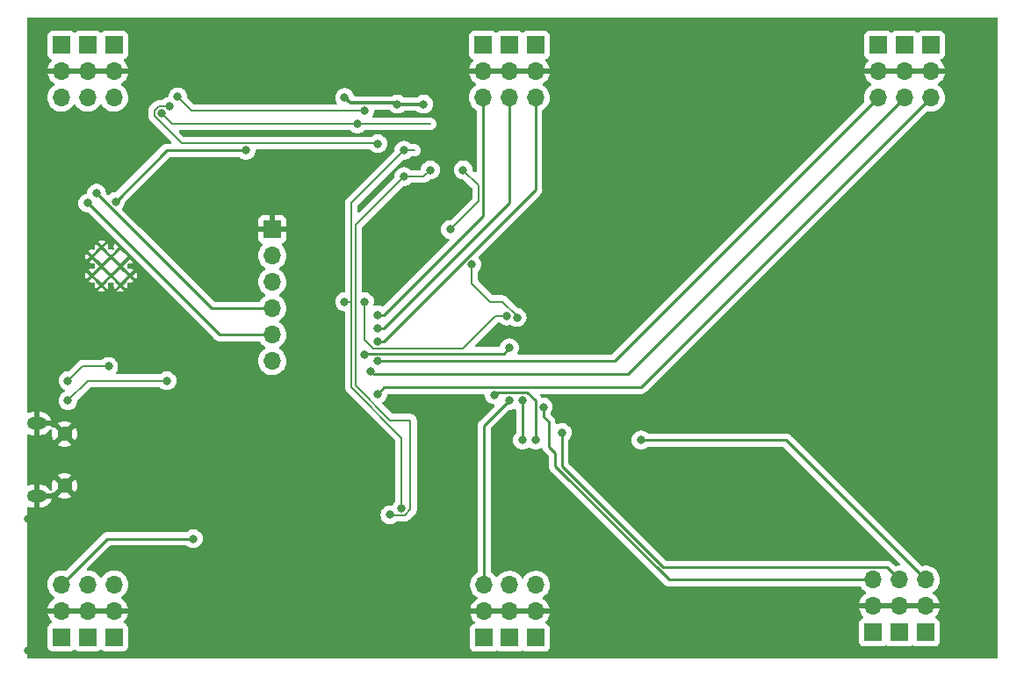
<source format=gbr>
%TF.GenerationSoftware,KiCad,Pcbnew,6.0.10-86aedd382b~118~ubuntu22.04.1*%
%TF.CreationDate,2023-01-14T07:34:14+01:00*%
%TF.ProjectId,servo_control,73657276-6f5f-4636-9f6e-74726f6c2e6b,rev?*%
%TF.SameCoordinates,Original*%
%TF.FileFunction,Copper,L2,Bot*%
%TF.FilePolarity,Positive*%
%FSLAX46Y46*%
G04 Gerber Fmt 4.6, Leading zero omitted, Abs format (unit mm)*
G04 Created by KiCad (PCBNEW 6.0.10-86aedd382b~118~ubuntu22.04.1) date 2023-01-14 07:34:14*
%MOMM*%
%LPD*%
G01*
G04 APERTURE LIST*
%TA.AperFunction,ComponentPad*%
%ADD10R,1.700000X1.700000*%
%TD*%
%TA.AperFunction,ComponentPad*%
%ADD11O,1.700000X1.700000*%
%TD*%
%TA.AperFunction,ComponentPad*%
%ADD12C,0.300000*%
%TD*%
%TA.AperFunction,ComponentPad*%
%ADD13O,1.900000X1.200000*%
%TD*%
%TA.AperFunction,ComponentPad*%
%ADD14C,1.450000*%
%TD*%
%TA.AperFunction,ViaPad*%
%ADD15C,0.800000*%
%TD*%
%TA.AperFunction,Conductor*%
%ADD16C,0.300000*%
%TD*%
%TA.AperFunction,Conductor*%
%ADD17C,0.154000*%
%TD*%
%TA.AperFunction,Conductor*%
%ADD18C,0.200000*%
%TD*%
%TA.AperFunction,Conductor*%
%ADD19C,0.250000*%
%TD*%
G04 APERTURE END LIST*
D10*
%TO.P,J15,1,Pin_1*%
%TO.N,VCC*%
X109220000Y-100300000D03*
D11*
%TO.P,J15,2,Pin_2*%
%TO.N,GND*%
X109220000Y-97760000D03*
%TO.P,J15,3,Pin_3*%
%TO.N,PWM_0_15*%
X109220000Y-95220000D03*
%TD*%
D10*
%TO.P,J13,1,Pin_1*%
%TO.N,VCC*%
X184912457Y-99827314D03*
D11*
%TO.P,J13,2,Pin_2*%
%TO.N,GND*%
X184912457Y-97287314D03*
%TO.P,J13,3,Pin_3*%
%TO.N,PWM_0_10*%
X184912457Y-94747314D03*
%TD*%
D10*
%TO.P,J19,1,Pin_1*%
%TO.N,VCC*%
X147320000Y-100330000D03*
D11*
%TO.P,J19,2,Pin_2*%
%TO.N,GND*%
X147320000Y-97790000D03*
%TO.P,J19,3,Pin_3*%
%TO.N,PWM_0_13*%
X147320000Y-95250000D03*
%TD*%
D10*
%TO.P,J14,1,Pin_1*%
%TO.N,VCC*%
X182372457Y-99827314D03*
D11*
%TO.P,J14,2,Pin_2*%
%TO.N,GND*%
X182372457Y-97287314D03*
%TO.P,J14,3,Pin_3*%
%TO.N,PWM_0_11*%
X182372457Y-94747314D03*
%TD*%
D10*
%TO.P,J21,1,Pin_1*%
%TO.N,GND*%
X124460000Y-60960000D03*
D11*
%TO.P,J21,2,Pin_2*%
%TO.N,FTDI_CTS*%
X124460000Y-63500000D03*
%TO.P,J21,3,Pin_3*%
%TO.N,FTDI_VCC*%
X124460000Y-66040000D03*
%TO.P,J21,4,Pin_4*%
%TO.N,FTDI_TX*%
X124460000Y-68580000D03*
%TO.P,J21,5,Pin_5*%
%TO.N,FTDI_RX*%
X124460000Y-71120000D03*
%TO.P,J21,6,Pin_6*%
%TO.N,FTDI_RST*%
X124460000Y-73660000D03*
%TD*%
D12*
%TO.P,U3,39_10,GND*%
%TO.N,GND*%
X107085000Y-65417500D03*
%TO.P,U3,39_11,GND*%
X107085000Y-63582500D03*
%TO.P,U3,39_12,GND*%
X108002500Y-66335000D03*
%TO.P,U3,39_13,GND*%
X108002500Y-64500000D03*
%TO.P,U3,39_14,GND*%
X108002500Y-62665000D03*
%TO.P,U3,39_15,GND*%
X108920000Y-65417500D03*
%TO.P,U3,39_16,GND*%
X108920000Y-63582500D03*
%TO.P,U3,39_17,GND*%
X109837500Y-66335000D03*
%TO.P,U3,39_18,GND*%
X109837500Y-64500000D03*
%TO.P,U3,39_19,GND*%
X109837500Y-62665000D03*
%TO.P,U3,39_20,GND*%
X110755000Y-65417500D03*
%TO.P,U3,39_21,GND*%
X110755000Y-63582500D03*
%TD*%
D13*
%TO.P,J1,6,Shield*%
%TO.N,GND*%
X101742369Y-79696152D03*
D14*
X104442369Y-80696152D03*
X104442369Y-85696152D03*
D13*
X101742369Y-86696152D03*
%TD*%
D10*
%TO.P,J8,1,Pin_1*%
%TO.N,VCC*%
X149860000Y-43180000D03*
D11*
%TO.P,J8,2,Pin_2*%
%TO.N,GND*%
X149860000Y-45720000D03*
%TO.P,J8,3,Pin_3*%
%TO.N,PWM_0_5*%
X149860000Y-48260000D03*
%TD*%
D10*
%TO.P,J18,1,Pin_1*%
%TO.N,VCC*%
X149860000Y-100330000D03*
D11*
%TO.P,J18,2,Pin_2*%
%TO.N,GND*%
X149860000Y-97790000D03*
%TO.P,J18,3,Pin_3*%
%TO.N,PWM_0_12*%
X149860000Y-95250000D03*
%TD*%
D10*
%TO.P,J7,1,Pin_1*%
%TO.N,VCC*%
X147320000Y-43180000D03*
D11*
%TO.P,J7,2,Pin_2*%
%TO.N,GND*%
X147320000Y-45720000D03*
%TO.P,J7,3,Pin_3*%
%TO.N,PWM_0_4*%
X147320000Y-48260000D03*
%TD*%
D10*
%TO.P,J4,1,Pin_1*%
%TO.N,VCC*%
X106680000Y-43180000D03*
D11*
%TO.P,J4,2,Pin_2*%
%TO.N,GND*%
X106680000Y-45720000D03*
%TO.P,J4,3,Pin_3*%
%TO.N,PWM_0_1*%
X106680000Y-48260000D03*
%TD*%
D10*
%TO.P,J10,1,Pin_1*%
%TO.N,VCC*%
X185420000Y-43180000D03*
D11*
%TO.P,J10,2,Pin_2*%
%TO.N,GND*%
X185420000Y-45720000D03*
%TO.P,J10,3,Pin_3*%
%TO.N,PWM_0_7*%
X185420000Y-48260000D03*
%TD*%
D10*
%TO.P,J17,1,Pin_1*%
%TO.N,VCC*%
X104140000Y-100300000D03*
D11*
%TO.P,J17,2,Pin_2*%
%TO.N,GND*%
X104140000Y-97760000D03*
%TO.P,J17,3,Pin_3*%
%TO.N,PWM_1_1*%
X104140000Y-95220000D03*
%TD*%
D10*
%TO.P,J5,1,Pin_1*%
%TO.N,VCC*%
X104140000Y-43180000D03*
D11*
%TO.P,J5,2,Pin_2*%
%TO.N,GND*%
X104140000Y-45720000D03*
%TO.P,J5,3,Pin_3*%
%TO.N,PWM_0_2*%
X104140000Y-48260000D03*
%TD*%
D10*
%TO.P,J3,1,Pin_1*%
%TO.N,VCC*%
X109220000Y-43180000D03*
D11*
%TO.P,J3,2,Pin_2*%
%TO.N,GND*%
X109220000Y-45720000D03*
%TO.P,J3,3,Pin_3*%
%TO.N,PWM_0_0*%
X109220000Y-48260000D03*
%TD*%
D10*
%TO.P,J16,1,Pin_1*%
%TO.N,VCC*%
X106680000Y-100300000D03*
D11*
%TO.P,J16,2,Pin_2*%
%TO.N,GND*%
X106680000Y-97760000D03*
%TO.P,J16,3,Pin_3*%
%TO.N,PWM_1_0*%
X106680000Y-95220000D03*
%TD*%
D10*
%TO.P,J6,1,Pin_1*%
%TO.N,VCC*%
X144780000Y-43180000D03*
D11*
%TO.P,J6,2,Pin_2*%
%TO.N,GND*%
X144780000Y-45720000D03*
%TO.P,J6,3,Pin_3*%
%TO.N,PWM_0_3*%
X144780000Y-48260000D03*
%TD*%
D10*
%TO.P,J11,1,Pin_1*%
%TO.N,VCC*%
X187960000Y-43180000D03*
D11*
%TO.P,J11,2,Pin_2*%
%TO.N,GND*%
X187960000Y-45720000D03*
%TO.P,J11,3,Pin_3*%
%TO.N,PWM_0_8*%
X187960000Y-48260000D03*
%TD*%
D10*
%TO.P,J12,1,Pin_1*%
%TO.N,VCC*%
X187452457Y-99827314D03*
D11*
%TO.P,J12,2,Pin_2*%
%TO.N,GND*%
X187452457Y-97287314D03*
%TO.P,J12,3,Pin_3*%
%TO.N,PWM_0_9*%
X187452457Y-94747314D03*
%TD*%
D10*
%TO.P,J9,1,Pin_1*%
%TO.N,VCC*%
X182880000Y-43180000D03*
D11*
%TO.P,J9,2,Pin_2*%
%TO.N,GND*%
X182880000Y-45720000D03*
%TO.P,J9,3,Pin_3*%
%TO.N,PWM_0_6*%
X182880000Y-48260000D03*
%TD*%
D10*
%TO.P,J20,1,Pin_1*%
%TO.N,VCC*%
X144900000Y-100330000D03*
D11*
%TO.P,J20,2,Pin_2*%
%TO.N,GND*%
X144900000Y-97790000D03*
%TO.P,J20,3,Pin_3*%
%TO.N,PWM_0_14*%
X144900000Y-95250000D03*
%TD*%
D15*
%TO.N,3.3V*%
X131445000Y-48260000D03*
%TO.N,PWM_0_0*%
X134620000Y-52705000D03*
%TO.N,GND*%
X100965000Y-101600000D03*
X100965000Y-88900000D03*
X172085000Y-41275000D03*
X167640000Y-59055000D03*
X180975000Y-74930000D03*
X173990000Y-86995000D03*
X161290000Y-84455000D03*
X156210000Y-92075000D03*
X141605000Y-83820000D03*
X131445000Y-95885000D03*
X117475000Y-95250000D03*
X122555000Y-90805000D03*
X109855000Y-87630000D03*
X117475000Y-76200000D03*
X116205000Y-85725000D03*
%TO.N,3.3V*%
X142875000Y-55245000D03*
X141626231Y-60981231D03*
%TO.N,GND*%
X156210000Y-78740000D03*
X141605000Y-78105000D03*
X123825000Y-41275000D03*
X116205000Y-45720000D03*
X102870000Y-51435000D03*
X102235000Y-59690000D03*
X102235000Y-67310000D03*
X107315000Y-69215000D03*
X111125000Y-69215000D03*
X175260000Y-67310000D03*
X170180000Y-71755000D03*
X159385000Y-59690000D03*
X136525000Y-63500000D03*
%TO.N,Net-(D1-Pad2)*%
X108687894Y-74192106D03*
X104775000Y-75565000D03*
%TO.N,Net-(D2-Pad2)*%
X104775000Y-77470000D03*
X114300000Y-75565000D03*
%TO.N,3.3V*%
X139065000Y-48895000D03*
X136525000Y-48895000D03*
%TO.N,I2C_SCL*%
X143704799Y-64329799D03*
X148060296Y-69457531D03*
X137160000Y-55880000D03*
%TO.N,I2C_SDA*%
X131445000Y-67945000D03*
X147070357Y-69319601D03*
X133350000Y-67945000D03*
%TO.N,I2C_SCL*%
X135813871Y-88499936D03*
%TO.N,I2C_SDA*%
X136943000Y-87834500D03*
%TO.N,PWM_1_1*%
X116840000Y-90805000D03*
%TO.N,PWM_0_15*%
X147320000Y-72390000D03*
X133350000Y-73025000D03*
%TO.N,PWM_0_11*%
X150584500Y-78105000D03*
%TO.N,PWM_0_12*%
X145870500Y-76924500D03*
X149860000Y-81280000D03*
%TO.N,PWM_0_13*%
X148590000Y-81280000D03*
X148590000Y-77470000D03*
%TO.N,PWM_0_14*%
X147320000Y-77470000D03*
%TO.N,PWM_0_10*%
X152400000Y-80555500D03*
%TO.N,PWM_0_9*%
X160020000Y-81280000D03*
%TO.N,PWM_0_8*%
X134620000Y-76835000D03*
%TO.N,PWM_0_7*%
X133985000Y-74659503D03*
%TO.N,PWM_0_6*%
X134620000Y-73660000D03*
%TO.N,PWM_0_5*%
X134620000Y-71755000D03*
%TO.N,PWM_0_4*%
X134620000Y-70485000D03*
%TO.N,PWM_0_3*%
X134620000Y-69215000D03*
%TO.N,PWM_0_2*%
X132673500Y-50800000D03*
%TO.N,PWM_0_1*%
X133350000Y-49530000D03*
%TO.N,PWM_0_0*%
X114531098Y-49111554D03*
%TO.N,PWM_0_1*%
X115353098Y-48198177D03*
%TO.N,PWM_0_2*%
X113778694Y-49769500D03*
%TO.N,FTDI_TX*%
X107520485Y-57470635D03*
%TO.N,FTDI_RX*%
X106680000Y-58420000D03*
%TO.N,I2C_SDA*%
X137160000Y-53340000D03*
%TO.N,I2C_SCL*%
X139700000Y-55245000D03*
%TO.N,Net-(R7-Pad1)*%
X109357224Y-58282776D03*
X121920000Y-53340000D03*
%TD*%
D16*
%TO.N,3.3V*%
X131445000Y-48260000D02*
X131965000Y-48780000D01*
X131965000Y-48780000D02*
X136410000Y-48780000D01*
X136410000Y-48780000D02*
X136525000Y-48895000D01*
D17*
%TO.N,PWM_0_0*%
X134578000Y-52663000D02*
X134620000Y-52705000D01*
D18*
%TO.N,3.3V*%
X142875000Y-55245000D02*
X144355000Y-56725000D01*
X144355000Y-56725000D02*
X144355000Y-58252462D01*
X144355000Y-58252462D02*
X141626231Y-60981231D01*
%TO.N,I2C_SCL*%
X148060296Y-69320296D02*
X148060296Y-69457531D01*
X146685000Y-67945000D02*
X148060296Y-69320296D01*
X143704799Y-66169799D02*
X145480000Y-67945000D01*
X143704799Y-64329799D02*
X143704799Y-66169799D01*
X145480000Y-67945000D02*
X146685000Y-67945000D01*
D19*
%TO.N,PWM_0_7*%
X133985000Y-74659503D02*
X134255497Y-74930000D01*
X134255497Y-74930000D02*
X158750000Y-74930000D01*
X158750000Y-74930000D02*
X185420000Y-48260000D01*
%TO.N,PWM_0_8*%
X134620000Y-76835000D02*
X135255000Y-76200000D01*
X135255000Y-76200000D02*
X160020000Y-76200000D01*
X160020000Y-76200000D02*
X187960000Y-48260000D01*
%TO.N,PWM_0_11*%
X150584500Y-78105000D02*
X150584500Y-78984695D01*
X150584500Y-78984695D02*
X151130000Y-79530195D01*
X151130000Y-79530195D02*
X151130000Y-81915000D01*
X151130000Y-81915000D02*
X151765000Y-82550000D01*
X151765000Y-82550000D02*
X151765000Y-83821396D01*
X151765000Y-83821396D02*
X162690918Y-94747314D01*
X162690918Y-94747314D02*
X182372457Y-94747314D01*
%TO.N,PWM_0_10*%
X152400000Y-80555500D02*
X152400000Y-83820000D01*
X183737457Y-93572314D02*
X184912457Y-94747314D01*
X152400000Y-83820000D02*
X162152314Y-93572314D01*
X162152314Y-93572314D02*
X183737457Y-93572314D01*
D18*
%TO.N,I2C_SDA*%
X147070357Y-69319601D02*
X145945399Y-69319601D01*
X145945399Y-69319601D02*
X142810000Y-72455000D01*
X142810000Y-72455000D02*
X134215000Y-72455000D01*
X134215000Y-72455000D02*
X133350000Y-71590000D01*
X133350000Y-71590000D02*
X133350000Y-67945000D01*
%TO.N,Net-(D1-Pad2)*%
X106147894Y-74192106D02*
X108687894Y-74192106D01*
X104775000Y-75565000D02*
X106147894Y-74192106D01*
%TO.N,Net-(D2-Pad2)*%
X106680000Y-75565000D02*
X104775000Y-77470000D01*
X114300000Y-75565000D02*
X106680000Y-75565000D01*
%TO.N,I2C_SCL*%
X139065000Y-55880000D02*
X139700000Y-55245000D01*
X137160000Y-55880000D02*
X139065000Y-55880000D01*
D16*
%TO.N,3.3V*%
X139065000Y-48895000D02*
X136525000Y-48895000D01*
D17*
%TO.N,PWM_0_0*%
X115714771Y-52663000D02*
X134578000Y-52663000D01*
D18*
%TO.N,I2C_SDA*%
X132080000Y-67945000D02*
X131445000Y-67945000D01*
X132080000Y-76200000D02*
X132080000Y-67945000D01*
X132080000Y-67945000D02*
X132080000Y-58420000D01*
%TO.N,I2C_SCL*%
X135813871Y-88499936D02*
X135848435Y-88534500D01*
X135848435Y-88534500D02*
X137232950Y-88534500D01*
X137232950Y-88534500D02*
X137795000Y-87972450D01*
X137795000Y-87972450D02*
X137795000Y-79375000D01*
X137795000Y-79375000D02*
X135820686Y-79375000D01*
X135820686Y-79375000D02*
X132480000Y-76034314D01*
X132480000Y-76034314D02*
X132480000Y-60560000D01*
X132480000Y-60560000D02*
X137160000Y-55880000D01*
%TO.N,I2C_SDA*%
X136943000Y-81063000D02*
X132080000Y-76200000D01*
X136943000Y-87834500D02*
X136943000Y-81063000D01*
X132080000Y-58420000D02*
X137160000Y-53340000D01*
D19*
%TO.N,PWM_1_1*%
X108555000Y-90805000D02*
X104140000Y-95220000D01*
X116840000Y-90805000D02*
X108555000Y-90805000D01*
%TO.N,PWM_0_15*%
X146775000Y-72935000D02*
X133440000Y-72935000D01*
X147320000Y-72390000D02*
X146775000Y-72935000D01*
X133440000Y-72935000D02*
X133350000Y-73025000D01*
%TO.N,PWM_0_5*%
X134620000Y-71755000D02*
X135255000Y-71755000D01*
X135255000Y-71755000D02*
X149860000Y-57150000D01*
X149860000Y-57150000D02*
X149860000Y-48260000D01*
%TO.N,PWM_0_4*%
X147320000Y-58420000D02*
X147320000Y-48260000D01*
X134620000Y-70485000D02*
X135255000Y-70485000D01*
X135255000Y-70485000D02*
X147320000Y-58420000D01*
%TO.N,PWM_0_3*%
X134620000Y-69215000D02*
X135255000Y-69215000D01*
X144780000Y-59690000D02*
X144780000Y-48260000D01*
X135255000Y-69215000D02*
X144780000Y-59690000D01*
%TO.N,PWM_0_12*%
X149040000Y-76650000D02*
X146145000Y-76650000D01*
X146145000Y-76650000D02*
X145870500Y-76924500D01*
X149860000Y-81280000D02*
X149860000Y-77470000D01*
X149860000Y-77470000D02*
X149040000Y-76650000D01*
%TO.N,PWM_0_13*%
X148590000Y-81280000D02*
X148590000Y-77470000D01*
%TO.N,PWM_0_14*%
X147320000Y-77470000D02*
X144900000Y-79890000D01*
X144900000Y-79890000D02*
X144900000Y-95250000D01*
%TO.N,PWM_0_9*%
X173985143Y-81280000D02*
X187452457Y-94747314D01*
X160020000Y-81280000D02*
X173985143Y-81280000D01*
%TO.N,PWM_0_6*%
X157480000Y-73660000D02*
X134620000Y-73660000D01*
X182880000Y-48260000D02*
X157480000Y-73660000D01*
D17*
%TO.N,PWM_0_1*%
X116684921Y-49530000D02*
X133350000Y-49530000D01*
X115353098Y-48198177D02*
X116684921Y-49530000D01*
%TO.N,PWM_0_0*%
X113101694Y-49489077D02*
X113498271Y-49092500D01*
X115714771Y-52663000D02*
X113101694Y-50049923D01*
X114512044Y-49092500D02*
X114531098Y-49111554D01*
X113101694Y-50049923D02*
X113101694Y-49489077D01*
X113498271Y-49092500D02*
X114512044Y-49092500D01*
%TO.N,PWM_0_2*%
X132080000Y-50800000D02*
X139700000Y-50800000D01*
X114809194Y-50800000D02*
X132080000Y-50800000D01*
X113778694Y-49769500D02*
X114809194Y-50800000D01*
D19*
%TO.N,FTDI_TX*%
X118629850Y-68580000D02*
X124460000Y-68580000D01*
X107520485Y-57470635D02*
X118629850Y-68580000D01*
%TO.N,FTDI_RX*%
X119380000Y-71120000D02*
X124460000Y-71120000D01*
X106680000Y-58420000D02*
X119380000Y-71120000D01*
D18*
%TO.N,I2C_SDA*%
X138149950Y-53340000D02*
X137160000Y-53340000D01*
D19*
%TO.N,Net-(R7-Pad1)*%
X109357224Y-58282776D02*
X114300000Y-53340000D01*
X114300000Y-53340000D02*
X121920000Y-53340000D01*
%TD*%
%TA.AperFunction,Conductor*%
%TO.N,GND*%
G36*
X194378621Y-40533502D02*
G01*
X194425114Y-40587158D01*
X194436500Y-40639500D01*
X194436500Y-102235500D01*
X194416498Y-102303621D01*
X194362842Y-102350114D01*
X194310500Y-102361500D01*
X100964500Y-102361500D01*
X100896379Y-102341498D01*
X100849886Y-102287842D01*
X100838500Y-102235500D01*
X100838500Y-101198134D01*
X102781500Y-101198134D01*
X102788255Y-101260316D01*
X102839385Y-101396705D01*
X102926739Y-101513261D01*
X103043295Y-101600615D01*
X103179684Y-101651745D01*
X103241866Y-101658500D01*
X105038134Y-101658500D01*
X105100316Y-101651745D01*
X105236705Y-101600615D01*
X105334436Y-101527370D01*
X105400941Y-101502522D01*
X105470324Y-101517575D01*
X105485562Y-101527368D01*
X105583295Y-101600615D01*
X105719684Y-101651745D01*
X105781866Y-101658500D01*
X107578134Y-101658500D01*
X107640316Y-101651745D01*
X107776705Y-101600615D01*
X107874436Y-101527370D01*
X107940941Y-101502522D01*
X108010324Y-101517575D01*
X108025562Y-101527368D01*
X108123295Y-101600615D01*
X108259684Y-101651745D01*
X108321866Y-101658500D01*
X110118134Y-101658500D01*
X110180316Y-101651745D01*
X110316705Y-101600615D01*
X110433261Y-101513261D01*
X110520615Y-101396705D01*
X110571745Y-101260316D01*
X110575241Y-101228134D01*
X143541500Y-101228134D01*
X143548255Y-101290316D01*
X143599385Y-101426705D01*
X143686739Y-101543261D01*
X143803295Y-101630615D01*
X143939684Y-101681745D01*
X144001866Y-101688500D01*
X145798134Y-101688500D01*
X145860316Y-101681745D01*
X145996705Y-101630615D01*
X146034435Y-101602338D01*
X146100942Y-101577490D01*
X146170324Y-101592543D01*
X146185565Y-101602338D01*
X146223295Y-101630615D01*
X146359684Y-101681745D01*
X146421866Y-101688500D01*
X148218134Y-101688500D01*
X148280316Y-101681745D01*
X148416705Y-101630615D01*
X148514436Y-101557370D01*
X148580941Y-101532522D01*
X148650324Y-101547575D01*
X148665562Y-101557368D01*
X148763295Y-101630615D01*
X148899684Y-101681745D01*
X148961866Y-101688500D01*
X150758134Y-101688500D01*
X150820316Y-101681745D01*
X150956705Y-101630615D01*
X151073261Y-101543261D01*
X151160615Y-101426705D01*
X151211745Y-101290316D01*
X151218500Y-101228134D01*
X151218500Y-100725448D01*
X181013957Y-100725448D01*
X181020712Y-100787630D01*
X181071842Y-100924019D01*
X181159196Y-101040575D01*
X181275752Y-101127929D01*
X181412141Y-101179059D01*
X181474323Y-101185814D01*
X183270591Y-101185814D01*
X183332773Y-101179059D01*
X183469162Y-101127929D01*
X183566893Y-101054684D01*
X183633398Y-101029836D01*
X183702781Y-101044889D01*
X183718019Y-101054682D01*
X183815752Y-101127929D01*
X183952141Y-101179059D01*
X184014323Y-101185814D01*
X185810591Y-101185814D01*
X185872773Y-101179059D01*
X186009162Y-101127929D01*
X186106893Y-101054684D01*
X186173398Y-101029836D01*
X186242781Y-101044889D01*
X186258019Y-101054682D01*
X186355752Y-101127929D01*
X186492141Y-101179059D01*
X186554323Y-101185814D01*
X188350591Y-101185814D01*
X188412773Y-101179059D01*
X188549162Y-101127929D01*
X188665718Y-101040575D01*
X188753072Y-100924019D01*
X188804202Y-100787630D01*
X188810957Y-100725448D01*
X188810957Y-98929180D01*
X188804202Y-98866998D01*
X188753072Y-98730609D01*
X188665718Y-98614053D01*
X188549162Y-98526699D01*
X188456120Y-98491819D01*
X188430144Y-98482081D01*
X188373380Y-98439439D01*
X188348680Y-98372878D01*
X188363887Y-98303529D01*
X188385434Y-98274849D01*
X188486509Y-98174126D01*
X188493187Y-98166279D01*
X188617460Y-97993334D01*
X188622770Y-97984497D01*
X188717127Y-97793581D01*
X188720926Y-97783986D01*
X188782834Y-97580224D01*
X188785012Y-97570151D01*
X188786443Y-97559276D01*
X188784232Y-97545092D01*
X188771074Y-97541314D01*
X181055682Y-97541314D01*
X181042151Y-97545287D01*
X181040714Y-97555280D01*
X181071022Y-97689760D01*
X181074102Y-97699589D01*
X181154227Y-97896917D01*
X181158870Y-97906108D01*
X181270151Y-98087702D01*
X181276234Y-98096013D01*
X181415670Y-98256981D01*
X181423034Y-98264193D01*
X181427979Y-98268299D01*
X181467613Y-98327203D01*
X181469110Y-98398184D01*
X181431994Y-98458706D01*
X181391721Y-98483224D01*
X181284162Y-98523546D01*
X181284161Y-98523547D01*
X181275752Y-98526699D01*
X181159196Y-98614053D01*
X181071842Y-98730609D01*
X181020712Y-98866998D01*
X181013957Y-98929180D01*
X181013957Y-100725448D01*
X151218500Y-100725448D01*
X151218500Y-99431866D01*
X151211745Y-99369684D01*
X151160615Y-99233295D01*
X151073261Y-99116739D01*
X150956705Y-99029385D01*
X150837687Y-98984767D01*
X150780923Y-98942125D01*
X150756223Y-98875564D01*
X150771430Y-98806215D01*
X150792977Y-98777535D01*
X150894052Y-98676812D01*
X150900730Y-98668965D01*
X151025003Y-98496020D01*
X151030313Y-98487183D01*
X151124670Y-98296267D01*
X151128469Y-98286672D01*
X151190377Y-98082910D01*
X151192555Y-98072837D01*
X151193986Y-98061962D01*
X151191775Y-98047778D01*
X151178617Y-98044000D01*
X143583225Y-98044000D01*
X143569694Y-98047973D01*
X143568257Y-98057966D01*
X143598565Y-98192446D01*
X143601645Y-98202275D01*
X143681770Y-98399603D01*
X143686413Y-98408794D01*
X143797694Y-98590388D01*
X143803777Y-98598699D01*
X143943213Y-98759667D01*
X143950577Y-98766879D01*
X143955522Y-98770985D01*
X143995156Y-98829889D01*
X143996653Y-98900870D01*
X143959537Y-98961392D01*
X143919264Y-98985910D01*
X143811705Y-99026232D01*
X143811704Y-99026233D01*
X143803295Y-99029385D01*
X143686739Y-99116739D01*
X143599385Y-99233295D01*
X143548255Y-99369684D01*
X143541500Y-99431866D01*
X143541500Y-101228134D01*
X110575241Y-101228134D01*
X110578500Y-101198134D01*
X110578500Y-99401866D01*
X110571745Y-99339684D01*
X110520615Y-99203295D01*
X110433261Y-99086739D01*
X110316705Y-98999385D01*
X110197687Y-98954767D01*
X110140923Y-98912125D01*
X110116223Y-98845564D01*
X110131430Y-98776215D01*
X110152977Y-98747535D01*
X110254052Y-98646812D01*
X110260730Y-98638965D01*
X110385003Y-98466020D01*
X110390313Y-98457183D01*
X110484670Y-98266267D01*
X110488469Y-98256672D01*
X110550377Y-98052910D01*
X110552555Y-98042837D01*
X110553986Y-98031962D01*
X110551775Y-98017778D01*
X110538617Y-98014000D01*
X102823225Y-98014000D01*
X102809694Y-98017973D01*
X102808257Y-98027966D01*
X102838565Y-98162446D01*
X102841645Y-98172275D01*
X102921770Y-98369603D01*
X102926413Y-98378794D01*
X103037694Y-98560388D01*
X103043777Y-98568699D01*
X103183213Y-98729667D01*
X103190577Y-98736879D01*
X103195522Y-98740985D01*
X103235156Y-98799889D01*
X103236653Y-98870870D01*
X103199537Y-98931392D01*
X103159264Y-98955910D01*
X103051705Y-98996232D01*
X103051704Y-98996233D01*
X103043295Y-98999385D01*
X102926739Y-99086739D01*
X102839385Y-99203295D01*
X102788255Y-99339684D01*
X102781500Y-99401866D01*
X102781500Y-101198134D01*
X100838500Y-101198134D01*
X100838500Y-95186695D01*
X102777251Y-95186695D01*
X102777548Y-95191848D01*
X102777548Y-95191851D01*
X102787355Y-95361930D01*
X102790110Y-95409715D01*
X102791247Y-95414761D01*
X102791248Y-95414767D01*
X102811119Y-95502939D01*
X102839222Y-95627639D01*
X102923266Y-95834616D01*
X102961878Y-95897625D01*
X103037291Y-96020688D01*
X103039987Y-96025088D01*
X103186250Y-96193938D01*
X103358126Y-96336632D01*
X103403809Y-96363327D01*
X103431955Y-96379774D01*
X103480679Y-96431412D01*
X103493750Y-96501195D01*
X103467019Y-96566967D01*
X103426562Y-96600327D01*
X103418457Y-96604546D01*
X103409738Y-96610036D01*
X103239433Y-96737905D01*
X103231726Y-96744748D01*
X103084590Y-96898717D01*
X103078104Y-96906727D01*
X102958098Y-97082649D01*
X102953000Y-97091623D01*
X102863338Y-97284783D01*
X102859775Y-97294470D01*
X102804389Y-97494183D01*
X102805912Y-97502607D01*
X102818292Y-97506000D01*
X110538344Y-97506000D01*
X110551875Y-97502027D01*
X110553180Y-97492947D01*
X110511214Y-97325875D01*
X110507894Y-97316124D01*
X110422972Y-97120814D01*
X110418105Y-97111739D01*
X110302426Y-96932926D01*
X110296136Y-96924757D01*
X110152806Y-96767240D01*
X110145273Y-96760215D01*
X109978139Y-96628222D01*
X109969556Y-96622520D01*
X109932602Y-96602120D01*
X109882631Y-96551687D01*
X109867859Y-96482245D01*
X109892975Y-96415839D01*
X109920327Y-96389232D01*
X109952011Y-96366632D01*
X110099860Y-96261173D01*
X110258096Y-96103489D01*
X110274485Y-96080682D01*
X110385435Y-95926277D01*
X110388453Y-95922077D01*
X110394493Y-95909857D01*
X110485136Y-95726453D01*
X110485137Y-95726451D01*
X110487430Y-95721811D01*
X110552370Y-95508069D01*
X110581529Y-95286590D01*
X110581990Y-95267720D01*
X110583074Y-95223365D01*
X110583074Y-95223361D01*
X110583156Y-95220000D01*
X110564852Y-94997361D01*
X110510431Y-94780702D01*
X110421354Y-94575840D01*
X110322230Y-94422617D01*
X110302822Y-94392617D01*
X110302820Y-94392614D01*
X110300014Y-94388277D01*
X110149670Y-94223051D01*
X110145619Y-94219852D01*
X110145615Y-94219848D01*
X109978414Y-94087800D01*
X109978410Y-94087798D01*
X109974359Y-94084598D01*
X109778789Y-93976638D01*
X109773920Y-93974914D01*
X109773916Y-93974912D01*
X109573087Y-93903795D01*
X109573083Y-93903794D01*
X109568212Y-93902069D01*
X109563119Y-93901162D01*
X109563116Y-93901161D01*
X109353373Y-93863800D01*
X109353367Y-93863799D01*
X109348284Y-93862894D01*
X109274452Y-93861992D01*
X109130081Y-93860228D01*
X109130079Y-93860228D01*
X109124911Y-93860165D01*
X108904091Y-93893955D01*
X108691756Y-93963357D01*
X108613455Y-94004118D01*
X108544886Y-94039813D01*
X108493607Y-94066507D01*
X108489474Y-94069610D01*
X108489471Y-94069612D01*
X108425291Y-94117800D01*
X108314965Y-94200635D01*
X108311393Y-94204373D01*
X108216887Y-94303268D01*
X108160629Y-94362138D01*
X108053201Y-94519621D01*
X107998293Y-94564621D01*
X107927768Y-94572792D01*
X107864021Y-94541538D01*
X107843324Y-94517054D01*
X107762822Y-94392617D01*
X107762820Y-94392614D01*
X107760014Y-94388277D01*
X107609670Y-94223051D01*
X107605619Y-94219852D01*
X107605615Y-94219848D01*
X107438414Y-94087800D01*
X107438410Y-94087798D01*
X107434359Y-94084598D01*
X107238789Y-93976638D01*
X107233920Y-93974914D01*
X107233916Y-93974912D01*
X107033087Y-93903795D01*
X107033083Y-93903794D01*
X107028212Y-93902069D01*
X107023119Y-93901162D01*
X107023116Y-93901161D01*
X106813373Y-93863800D01*
X106813367Y-93863799D01*
X106808284Y-93862894D01*
X106697011Y-93861535D01*
X106629141Y-93840702D01*
X106583307Y-93786483D01*
X106574062Y-93716091D01*
X106604341Y-93651875D01*
X106609456Y-93646449D01*
X108780500Y-91475405D01*
X108842812Y-91441379D01*
X108869595Y-91438500D01*
X116131800Y-91438500D01*
X116199921Y-91458502D01*
X116219147Y-91474843D01*
X116219420Y-91474540D01*
X116224332Y-91478963D01*
X116228747Y-91483866D01*
X116383248Y-91596118D01*
X116389276Y-91598802D01*
X116389278Y-91598803D01*
X116551681Y-91671109D01*
X116557712Y-91673794D01*
X116651113Y-91693647D01*
X116738056Y-91712128D01*
X116738061Y-91712128D01*
X116744513Y-91713500D01*
X116935487Y-91713500D01*
X116941939Y-91712128D01*
X116941944Y-91712128D01*
X117028887Y-91693647D01*
X117122288Y-91673794D01*
X117128319Y-91671109D01*
X117290722Y-91598803D01*
X117290724Y-91598802D01*
X117296752Y-91596118D01*
X117451253Y-91483866D01*
X117474091Y-91458502D01*
X117574621Y-91346852D01*
X117574622Y-91346851D01*
X117579040Y-91341944D01*
X117674527Y-91176556D01*
X117733542Y-90994928D01*
X117753504Y-90805000D01*
X117733542Y-90615072D01*
X117674527Y-90433444D01*
X117579040Y-90268056D01*
X117562882Y-90250110D01*
X117455675Y-90131045D01*
X117455674Y-90131044D01*
X117451253Y-90126134D01*
X117296752Y-90013882D01*
X117290724Y-90011198D01*
X117290722Y-90011197D01*
X117128319Y-89938891D01*
X117128318Y-89938891D01*
X117122288Y-89936206D01*
X117028888Y-89916353D01*
X116941944Y-89897872D01*
X116941939Y-89897872D01*
X116935487Y-89896500D01*
X116744513Y-89896500D01*
X116738061Y-89897872D01*
X116738056Y-89897872D01*
X116651112Y-89916353D01*
X116557712Y-89936206D01*
X116551682Y-89938891D01*
X116551681Y-89938891D01*
X116389278Y-90011197D01*
X116389276Y-90011198D01*
X116383248Y-90013882D01*
X116228747Y-90126134D01*
X116224332Y-90131037D01*
X116219420Y-90135460D01*
X116218295Y-90134211D01*
X116164986Y-90167051D01*
X116131800Y-90171500D01*
X108633767Y-90171500D01*
X108622584Y-90170973D01*
X108615091Y-90169298D01*
X108607165Y-90169547D01*
X108607164Y-90169547D01*
X108547001Y-90171438D01*
X108543043Y-90171500D01*
X108515144Y-90171500D01*
X108511154Y-90172004D01*
X108499320Y-90172936D01*
X108455111Y-90174326D01*
X108447497Y-90176538D01*
X108447492Y-90176539D01*
X108435659Y-90179977D01*
X108416296Y-90183988D01*
X108396203Y-90186526D01*
X108388836Y-90189443D01*
X108388831Y-90189444D01*
X108355092Y-90202802D01*
X108343865Y-90206646D01*
X108301407Y-90218982D01*
X108294581Y-90223019D01*
X108283972Y-90229293D01*
X108266224Y-90237988D01*
X108247383Y-90245448D01*
X108240967Y-90250110D01*
X108240966Y-90250110D01*
X108211613Y-90271436D01*
X108201693Y-90277952D01*
X108170465Y-90296420D01*
X108170462Y-90296422D01*
X108163638Y-90300458D01*
X108149317Y-90314779D01*
X108134284Y-90327619D01*
X108117893Y-90339528D01*
X108112842Y-90345634D01*
X108089702Y-90373605D01*
X108081712Y-90382384D01*
X104597345Y-93866750D01*
X104535033Y-93900776D01*
X104486154Y-93901702D01*
X104273373Y-93863800D01*
X104273367Y-93863799D01*
X104268284Y-93862894D01*
X104194452Y-93861992D01*
X104050081Y-93860228D01*
X104050079Y-93860228D01*
X104044911Y-93860165D01*
X103824091Y-93893955D01*
X103611756Y-93963357D01*
X103533455Y-94004118D01*
X103464886Y-94039813D01*
X103413607Y-94066507D01*
X103409474Y-94069610D01*
X103409471Y-94069612D01*
X103345291Y-94117800D01*
X103234965Y-94200635D01*
X103231393Y-94204373D01*
X103136887Y-94303268D01*
X103080629Y-94362138D01*
X103077720Y-94366403D01*
X103077714Y-94366411D01*
X103039376Y-94422612D01*
X102954743Y-94546680D01*
X102860688Y-94749305D01*
X102800989Y-94964570D01*
X102777251Y-95186695D01*
X100838500Y-95186695D01*
X100838500Y-87854168D01*
X100858502Y-87786047D01*
X100912158Y-87739554D01*
X100982432Y-87729450D01*
X101011598Y-87737302D01*
X101070680Y-87761113D01*
X101082139Y-87764507D01*
X101279297Y-87803009D01*
X101288160Y-87804086D01*
X101290869Y-87804152D01*
X101470254Y-87804152D01*
X101485493Y-87799677D01*
X101486698Y-87798287D01*
X101488369Y-87790604D01*
X101488369Y-87786037D01*
X101996369Y-87786037D01*
X102000844Y-87801276D01*
X102002234Y-87802481D01*
X102009917Y-87804152D01*
X102142201Y-87804152D01*
X102148177Y-87803867D01*
X102296863Y-87789681D01*
X102308597Y-87787422D01*
X102499968Y-87731280D01*
X102511044Y-87726850D01*
X102688347Y-87635533D01*
X102698393Y-87629083D01*
X102855226Y-87505890D01*
X102863875Y-87497653D01*
X102994581Y-87347029D01*
X103001516Y-87337305D01*
X103101379Y-87164685D01*
X103106353Y-87153821D01*
X103171776Y-86965425D01*
X103172017Y-86964436D01*
X103170549Y-86954144D01*
X103156984Y-86950152D01*
X102014484Y-86950152D01*
X101999245Y-86954627D01*
X101998040Y-86956017D01*
X101996369Y-86963700D01*
X101996369Y-87786037D01*
X101488369Y-87786037D01*
X101488369Y-86728363D01*
X103774713Y-86728363D01*
X103784009Y-86740378D01*
X103819006Y-86764883D01*
X103828501Y-86770366D01*
X104014065Y-86856896D01*
X104024357Y-86860642D01*
X104222128Y-86913634D01*
X104232923Y-86915537D01*
X104436894Y-86933383D01*
X104447844Y-86933383D01*
X104651815Y-86915537D01*
X104662610Y-86913634D01*
X104860381Y-86860642D01*
X104870673Y-86856896D01*
X105056237Y-86770366D01*
X105065732Y-86764883D01*
X105101566Y-86739792D01*
X105109942Y-86729313D01*
X105102874Y-86715867D01*
X104455181Y-86068174D01*
X104441237Y-86060560D01*
X104439404Y-86060691D01*
X104432789Y-86064942D01*
X103781143Y-86716588D01*
X103774713Y-86728363D01*
X101488369Y-86728363D01*
X101488369Y-86424037D01*
X101996369Y-86424037D01*
X102000844Y-86439276D01*
X102002234Y-86440481D01*
X102009917Y-86442152D01*
X103152771Y-86442152D01*
X103166301Y-86438179D01*
X103170465Y-86409214D01*
X103199958Y-86344633D01*
X103259684Y-86306249D01*
X103330681Y-86306249D01*
X103390407Y-86344632D01*
X103398394Y-86354872D01*
X103398727Y-86355347D01*
X103409208Y-86363725D01*
X103422654Y-86356657D01*
X104070347Y-85708964D01*
X104076725Y-85697284D01*
X104806777Y-85697284D01*
X104806908Y-85699117D01*
X104811159Y-85705732D01*
X105462805Y-86357378D01*
X105474580Y-86363808D01*
X105486595Y-86354512D01*
X105511100Y-86319515D01*
X105516583Y-86310020D01*
X105603113Y-86124456D01*
X105606859Y-86114164D01*
X105659851Y-85916393D01*
X105661754Y-85905598D01*
X105679600Y-85701627D01*
X105679600Y-85690677D01*
X105661754Y-85486706D01*
X105659851Y-85475911D01*
X105606859Y-85278140D01*
X105603113Y-85267848D01*
X105516583Y-85082284D01*
X105511100Y-85072789D01*
X105486009Y-85036955D01*
X105475530Y-85028579D01*
X105462084Y-85035647D01*
X104814391Y-85683340D01*
X104806777Y-85697284D01*
X104076725Y-85697284D01*
X104077961Y-85695020D01*
X104077830Y-85693187D01*
X104073579Y-85686572D01*
X103421933Y-85034926D01*
X103410158Y-85028496D01*
X103398143Y-85037792D01*
X103373638Y-85072789D01*
X103368155Y-85082284D01*
X103281625Y-85267848D01*
X103277879Y-85278140D01*
X103224887Y-85475911D01*
X103222984Y-85486706D01*
X103205138Y-85690677D01*
X103205138Y-85701627D01*
X103222984Y-85905598D01*
X103224887Y-85916390D01*
X103241796Y-85979496D01*
X103240106Y-86050473D01*
X103200312Y-86109269D01*
X103135048Y-86137217D01*
X103065034Y-86125444D01*
X103017320Y-86085008D01*
X102938407Y-85973762D01*
X102930608Y-85964727D01*
X102786538Y-85826810D01*
X102777173Y-85819414D01*
X102609628Y-85711231D01*
X102599024Y-85705735D01*
X102414057Y-85631191D01*
X102402599Y-85627797D01*
X102205441Y-85589295D01*
X102196578Y-85588218D01*
X102193869Y-85588152D01*
X102014484Y-85588152D01*
X101999245Y-85592627D01*
X101998040Y-85594017D01*
X101996369Y-85601700D01*
X101996369Y-86424037D01*
X101488369Y-86424037D01*
X101488369Y-85606267D01*
X101483894Y-85591028D01*
X101482504Y-85589823D01*
X101474821Y-85588152D01*
X101342537Y-85588152D01*
X101336561Y-85588437D01*
X101187875Y-85602623D01*
X101176141Y-85604882D01*
X100999969Y-85656565D01*
X100928973Y-85656548D01*
X100869256Y-85618150D01*
X100839778Y-85553562D01*
X100838500Y-85535660D01*
X100838500Y-84662991D01*
X103774796Y-84662991D01*
X103781864Y-84676437D01*
X104429557Y-85324130D01*
X104443501Y-85331744D01*
X104445334Y-85331613D01*
X104451949Y-85327362D01*
X105103595Y-84675716D01*
X105110025Y-84663941D01*
X105100729Y-84651926D01*
X105065732Y-84627421D01*
X105056237Y-84621938D01*
X104870673Y-84535408D01*
X104860381Y-84531662D01*
X104662610Y-84478670D01*
X104651815Y-84476767D01*
X104447844Y-84458921D01*
X104436894Y-84458921D01*
X104232923Y-84476767D01*
X104222128Y-84478670D01*
X104024357Y-84531662D01*
X104014065Y-84535408D01*
X103828501Y-84621938D01*
X103819006Y-84627421D01*
X103783172Y-84652512D01*
X103774796Y-84662991D01*
X100838500Y-84662991D01*
X100838500Y-81728363D01*
X103774713Y-81728363D01*
X103784009Y-81740378D01*
X103819006Y-81764883D01*
X103828501Y-81770366D01*
X104014065Y-81856896D01*
X104024357Y-81860642D01*
X104222128Y-81913634D01*
X104232923Y-81915537D01*
X104436894Y-81933383D01*
X104447844Y-81933383D01*
X104651815Y-81915537D01*
X104662610Y-81913634D01*
X104860381Y-81860642D01*
X104870673Y-81856896D01*
X105056237Y-81770366D01*
X105065732Y-81764883D01*
X105101566Y-81739792D01*
X105109942Y-81729313D01*
X105102874Y-81715867D01*
X104455181Y-81068174D01*
X104441237Y-81060560D01*
X104439404Y-81060691D01*
X104432789Y-81064942D01*
X103781143Y-81716588D01*
X103774713Y-81728363D01*
X100838500Y-81728363D01*
X100838500Y-80854168D01*
X100858502Y-80786047D01*
X100912158Y-80739554D01*
X100982432Y-80729450D01*
X101011598Y-80737302D01*
X101070680Y-80761113D01*
X101082139Y-80764507D01*
X101279297Y-80803009D01*
X101288160Y-80804086D01*
X101290869Y-80804152D01*
X101470254Y-80804152D01*
X101485493Y-80799677D01*
X101486698Y-80798287D01*
X101488369Y-80790604D01*
X101488369Y-80786037D01*
X101996369Y-80786037D01*
X102000844Y-80801276D01*
X102002234Y-80802481D01*
X102009917Y-80804152D01*
X102142201Y-80804152D01*
X102148177Y-80803867D01*
X102296863Y-80789681D01*
X102308597Y-80787422D01*
X102499968Y-80731280D01*
X102511044Y-80726850D01*
X102688347Y-80635533D01*
X102698393Y-80629083D01*
X102855226Y-80505890D01*
X102863875Y-80497653D01*
X102994581Y-80347029D01*
X103001516Y-80337305D01*
X103009144Y-80324120D01*
X103060569Y-80275171D01*
X103130295Y-80261796D01*
X103196183Y-80288241D01*
X103237314Y-80346109D01*
X103239915Y-80419826D01*
X103224887Y-80475911D01*
X103222984Y-80486706D01*
X103205138Y-80690677D01*
X103205138Y-80701627D01*
X103222984Y-80905598D01*
X103224887Y-80916393D01*
X103277879Y-81114164D01*
X103281625Y-81124456D01*
X103368155Y-81310020D01*
X103373638Y-81319515D01*
X103398729Y-81355349D01*
X103409208Y-81363725D01*
X103422654Y-81356657D01*
X104070347Y-80708964D01*
X104076725Y-80697284D01*
X104806777Y-80697284D01*
X104806908Y-80699117D01*
X104811159Y-80705732D01*
X105462805Y-81357378D01*
X105474580Y-81363808D01*
X105486595Y-81354512D01*
X105511100Y-81319515D01*
X105516583Y-81310020D01*
X105603113Y-81124456D01*
X105606859Y-81114164D01*
X105659851Y-80916393D01*
X105661754Y-80905598D01*
X105679600Y-80701627D01*
X105679600Y-80690677D01*
X105661754Y-80486706D01*
X105659851Y-80475911D01*
X105606859Y-80278140D01*
X105603113Y-80267848D01*
X105516583Y-80082284D01*
X105511100Y-80072789D01*
X105486009Y-80036955D01*
X105475530Y-80028579D01*
X105462084Y-80035647D01*
X104814391Y-80683340D01*
X104806777Y-80697284D01*
X104076725Y-80697284D01*
X104077961Y-80695020D01*
X104077830Y-80693187D01*
X104073579Y-80686572D01*
X103421933Y-80034926D01*
X103410158Y-80028496D01*
X103383008Y-80049501D01*
X103382066Y-80048284D01*
X103346439Y-80076762D01*
X103275820Y-80084072D01*
X103212459Y-80052041D01*
X103176474Y-79990840D01*
X103173944Y-79977951D01*
X103170549Y-79954144D01*
X103156984Y-79950152D01*
X102014484Y-79950152D01*
X101999245Y-79954627D01*
X101998040Y-79956017D01*
X101996369Y-79963700D01*
X101996369Y-80786037D01*
X101488369Y-80786037D01*
X101488369Y-79662991D01*
X103774796Y-79662991D01*
X103781864Y-79676437D01*
X104429557Y-80324130D01*
X104443501Y-80331744D01*
X104445334Y-80331613D01*
X104451949Y-80327362D01*
X105103595Y-79675716D01*
X105110025Y-79663941D01*
X105100729Y-79651926D01*
X105065732Y-79627421D01*
X105056237Y-79621938D01*
X104870673Y-79535408D01*
X104860381Y-79531662D01*
X104662610Y-79478670D01*
X104651815Y-79476767D01*
X104447844Y-79458921D01*
X104436894Y-79458921D01*
X104232923Y-79476767D01*
X104222128Y-79478670D01*
X104024357Y-79531662D01*
X104014065Y-79535408D01*
X103828501Y-79621938D01*
X103819006Y-79627421D01*
X103783172Y-79652512D01*
X103774796Y-79662991D01*
X101488369Y-79662991D01*
X101488369Y-79424037D01*
X101996369Y-79424037D01*
X102000844Y-79439276D01*
X102002234Y-79440481D01*
X102009917Y-79442152D01*
X103152771Y-79442152D01*
X103166302Y-79438179D01*
X103167657Y-79428753D01*
X103146175Y-79339615D01*
X103142286Y-79328320D01*
X103059740Y-79146770D01*
X103053793Y-79136428D01*
X102938401Y-78973755D01*
X102930608Y-78964727D01*
X102786538Y-78826810D01*
X102777173Y-78819414D01*
X102609628Y-78711231D01*
X102599024Y-78705735D01*
X102414057Y-78631191D01*
X102402599Y-78627797D01*
X102205441Y-78589295D01*
X102196578Y-78588218D01*
X102193869Y-78588152D01*
X102014484Y-78588152D01*
X101999245Y-78592627D01*
X101998040Y-78594017D01*
X101996369Y-78601700D01*
X101996369Y-79424037D01*
X101488369Y-79424037D01*
X101488369Y-78606267D01*
X101483894Y-78591028D01*
X101482504Y-78589823D01*
X101474821Y-78588152D01*
X101342537Y-78588152D01*
X101336561Y-78588437D01*
X101187875Y-78602623D01*
X101176141Y-78604882D01*
X100999969Y-78656565D01*
X100928973Y-78656548D01*
X100869256Y-78618150D01*
X100839778Y-78553562D01*
X100838500Y-78535660D01*
X100838500Y-77470000D01*
X103861496Y-77470000D01*
X103881458Y-77659928D01*
X103940473Y-77841556D01*
X104035960Y-78006944D01*
X104163747Y-78148866D01*
X104318248Y-78261118D01*
X104324276Y-78263802D01*
X104324278Y-78263803D01*
X104486681Y-78336109D01*
X104492712Y-78338794D01*
X104586112Y-78358647D01*
X104673056Y-78377128D01*
X104673061Y-78377128D01*
X104679513Y-78378500D01*
X104870487Y-78378500D01*
X104876939Y-78377128D01*
X104876944Y-78377128D01*
X104963888Y-78358647D01*
X105057288Y-78338794D01*
X105063319Y-78336109D01*
X105225722Y-78263803D01*
X105225724Y-78263802D01*
X105231752Y-78261118D01*
X105386253Y-78148866D01*
X105514040Y-78006944D01*
X105609527Y-77841556D01*
X105668542Y-77659928D01*
X105688504Y-77470000D01*
X105688316Y-77468214D01*
X105707816Y-77401804D01*
X105724719Y-77380830D01*
X106895144Y-76210405D01*
X106957456Y-76176379D01*
X106984239Y-76173500D01*
X113569290Y-76173500D01*
X113637411Y-76193502D01*
X113662926Y-76215189D01*
X113688747Y-76243866D01*
X113710329Y-76259546D01*
X113809022Y-76331251D01*
X113843248Y-76356118D01*
X113849276Y-76358802D01*
X113849278Y-76358803D01*
X114011681Y-76431109D01*
X114017712Y-76433794D01*
X114111113Y-76453647D01*
X114198056Y-76472128D01*
X114198061Y-76472128D01*
X114204513Y-76473500D01*
X114395487Y-76473500D01*
X114401939Y-76472128D01*
X114401944Y-76472128D01*
X114488887Y-76453647D01*
X114582288Y-76433794D01*
X114588319Y-76431109D01*
X114750722Y-76358803D01*
X114750724Y-76358802D01*
X114756752Y-76356118D01*
X114911253Y-76243866D01*
X114937074Y-76215189D01*
X115034621Y-76106852D01*
X115034622Y-76106851D01*
X115039040Y-76101944D01*
X115134527Y-75936556D01*
X115193542Y-75754928D01*
X115199793Y-75695458D01*
X115212814Y-75571565D01*
X115213504Y-75565000D01*
X115201765Y-75453306D01*
X115194232Y-75381635D01*
X115194232Y-75381633D01*
X115193542Y-75375072D01*
X115134527Y-75193444D01*
X115039040Y-75028056D01*
X115008399Y-74994025D01*
X114915675Y-74891045D01*
X114915674Y-74891044D01*
X114911253Y-74886134D01*
X114812157Y-74814136D01*
X114762094Y-74777763D01*
X114762093Y-74777762D01*
X114756752Y-74773882D01*
X114750724Y-74771198D01*
X114750722Y-74771197D01*
X114588319Y-74698891D01*
X114588318Y-74698891D01*
X114582288Y-74696206D01*
X114488887Y-74676353D01*
X114401944Y-74657872D01*
X114401939Y-74657872D01*
X114395487Y-74656500D01*
X114204513Y-74656500D01*
X114198061Y-74657872D01*
X114198056Y-74657872D01*
X114111113Y-74676353D01*
X114017712Y-74696206D01*
X114011682Y-74698891D01*
X114011681Y-74698891D01*
X113849278Y-74771197D01*
X113849276Y-74771198D01*
X113843248Y-74773882D01*
X113837907Y-74777762D01*
X113837906Y-74777763D01*
X113778001Y-74821287D01*
X113688747Y-74886134D01*
X113684334Y-74891036D01*
X113684332Y-74891037D01*
X113662926Y-74914811D01*
X113602480Y-74952050D01*
X113569290Y-74956500D01*
X109505137Y-74956500D01*
X109437016Y-74936498D01*
X109390523Y-74882842D01*
X109380419Y-74812568D01*
X109411500Y-74746191D01*
X109426934Y-74729050D01*
X109522421Y-74563662D01*
X109581436Y-74382034D01*
X109590729Y-74293621D01*
X109600708Y-74198671D01*
X109601398Y-74192106D01*
X109581436Y-74002178D01*
X109522421Y-73820550D01*
X109508176Y-73795876D01*
X109430235Y-73660880D01*
X109426934Y-73655162D01*
X109396681Y-73621562D01*
X109303569Y-73518151D01*
X109303568Y-73518150D01*
X109299147Y-73513240D01*
X109144646Y-73400988D01*
X109138618Y-73398304D01*
X109138616Y-73398303D01*
X108976213Y-73325997D01*
X108976212Y-73325997D01*
X108970182Y-73323312D01*
X108876782Y-73303459D01*
X108789838Y-73284978D01*
X108789833Y-73284978D01*
X108783381Y-73283606D01*
X108592407Y-73283606D01*
X108585955Y-73284978D01*
X108585950Y-73284978D01*
X108499006Y-73303459D01*
X108405606Y-73323312D01*
X108399576Y-73325997D01*
X108399575Y-73325997D01*
X108237172Y-73398303D01*
X108237170Y-73398304D01*
X108231142Y-73400988D01*
X108225801Y-73404868D01*
X108225800Y-73404869D01*
X108098223Y-73497560D01*
X108076641Y-73513240D01*
X108072228Y-73518142D01*
X108072226Y-73518143D01*
X108050820Y-73541917D01*
X107990374Y-73579156D01*
X107957184Y-73583606D01*
X106196030Y-73583606D01*
X106179584Y-73582528D01*
X106156082Y-73579434D01*
X106147894Y-73578356D01*
X106139706Y-73579434D01*
X106108023Y-73583605D01*
X106108014Y-73583606D01*
X106108009Y-73583606D01*
X105989044Y-73599268D01*
X105841019Y-73660582D01*
X105841017Y-73660583D01*
X105841018Y-73660583D01*
X105745822Y-73733629D01*
X105745819Y-73733632D01*
X105713907Y-73758119D01*
X105708877Y-73764674D01*
X105694442Y-73783485D01*
X105683575Y-73795876D01*
X104859856Y-74619595D01*
X104797544Y-74653621D01*
X104770761Y-74656500D01*
X104679513Y-74656500D01*
X104673061Y-74657872D01*
X104673056Y-74657872D01*
X104586113Y-74676353D01*
X104492712Y-74696206D01*
X104486682Y-74698891D01*
X104486681Y-74698891D01*
X104324278Y-74771197D01*
X104324276Y-74771198D01*
X104318248Y-74773882D01*
X104312907Y-74777762D01*
X104312906Y-74777763D01*
X104262843Y-74814136D01*
X104163747Y-74886134D01*
X104159326Y-74891044D01*
X104159325Y-74891045D01*
X104066602Y-74994025D01*
X104035960Y-75028056D01*
X103940473Y-75193444D01*
X103881458Y-75375072D01*
X103880768Y-75381633D01*
X103880768Y-75381635D01*
X103873235Y-75453306D01*
X103861496Y-75565000D01*
X103862186Y-75571565D01*
X103875208Y-75695458D01*
X103881458Y-75754928D01*
X103940473Y-75936556D01*
X104035960Y-76101944D01*
X104040378Y-76106851D01*
X104040379Y-76106852D01*
X104137926Y-76215189D01*
X104163747Y-76243866D01*
X104318248Y-76356118D01*
X104324276Y-76358802D01*
X104324278Y-76358803D01*
X104422184Y-76402393D01*
X104476279Y-76448373D01*
X104496929Y-76516300D01*
X104477577Y-76584608D01*
X104422184Y-76632607D01*
X104324278Y-76676197D01*
X104324276Y-76676198D01*
X104318248Y-76678882D01*
X104163747Y-76791134D01*
X104159326Y-76796044D01*
X104159325Y-76796045D01*
X104059279Y-76907158D01*
X104035960Y-76933056D01*
X103996777Y-77000923D01*
X103955148Y-77073027D01*
X103940473Y-77098444D01*
X103881458Y-77280072D01*
X103880768Y-77286633D01*
X103880768Y-77286635D01*
X103872403Y-77366226D01*
X103861496Y-77470000D01*
X100838500Y-77470000D01*
X100838500Y-66894499D01*
X107660753Y-66894499D01*
X107665442Y-66900763D01*
X107751818Y-66947662D01*
X107765844Y-66953215D01*
X107905193Y-66989772D01*
X107920144Y-66991819D01*
X108064187Y-66994083D01*
X108079191Y-66992506D01*
X108219625Y-66960342D01*
X108233810Y-66955235D01*
X108335254Y-66904214D01*
X108345560Y-66894583D01*
X108345532Y-66894499D01*
X109495753Y-66894499D01*
X109500442Y-66900763D01*
X109586818Y-66947662D01*
X109600844Y-66953215D01*
X109740193Y-66989772D01*
X109755144Y-66991819D01*
X109899187Y-66994083D01*
X109914191Y-66992506D01*
X110054625Y-66960342D01*
X110068810Y-66955235D01*
X110170254Y-66904214D01*
X110180560Y-66894583D01*
X110178348Y-66887980D01*
X109850312Y-66559944D01*
X109836368Y-66552330D01*
X109834535Y-66552461D01*
X109827920Y-66556712D01*
X109502513Y-66882119D01*
X109495753Y-66894499D01*
X108345532Y-66894499D01*
X108343348Y-66887980D01*
X108015312Y-66559944D01*
X108001368Y-66552330D01*
X107999535Y-66552461D01*
X107992920Y-66556712D01*
X107667513Y-66882119D01*
X107660753Y-66894499D01*
X100838500Y-66894499D01*
X100838500Y-65976999D01*
X106743253Y-65976999D01*
X106747942Y-65983263D01*
X106834318Y-66030162D01*
X106848344Y-66035715D01*
X106987693Y-66072272D01*
X107002644Y-66074319D01*
X107146687Y-66076583D01*
X107161691Y-66075006D01*
X107202874Y-66065574D01*
X107273741Y-66069864D01*
X107331039Y-66111786D01*
X107356576Y-66178031D01*
X107355925Y-66204840D01*
X107340694Y-66320528D01*
X107340537Y-66335609D01*
X107356346Y-66478805D01*
X107359792Y-66493494D01*
X107409299Y-66628783D01*
X107416149Y-66642226D01*
X107432970Y-66667259D01*
X107442954Y-66675558D01*
X107457045Y-66668323D01*
X107777556Y-66347812D01*
X107783934Y-66336132D01*
X108219830Y-66336132D01*
X108219961Y-66337965D01*
X108224212Y-66344580D01*
X108549882Y-66670250D01*
X108561892Y-66676808D01*
X108573633Y-66667838D01*
X108578913Y-66660490D01*
X108586178Y-66647275D01*
X108639913Y-66513607D01*
X108643819Y-66499028D01*
X108664607Y-66352962D01*
X108665231Y-66344758D01*
X108665290Y-66339121D01*
X108664838Y-66330906D01*
X108649611Y-66205082D01*
X108661284Y-66135052D01*
X108708965Y-66082450D01*
X108777516Y-66063977D01*
X108806669Y-66068069D01*
X108822688Y-66072271D01*
X108837644Y-66074319D01*
X108981687Y-66076583D01*
X108996691Y-66075006D01*
X109037874Y-66065574D01*
X109108741Y-66069864D01*
X109166039Y-66111786D01*
X109191576Y-66178031D01*
X109190925Y-66204840D01*
X109175694Y-66320528D01*
X109175537Y-66335609D01*
X109191346Y-66478805D01*
X109194792Y-66493494D01*
X109244299Y-66628783D01*
X109251149Y-66642226D01*
X109267970Y-66667259D01*
X109277954Y-66675558D01*
X109292045Y-66668323D01*
X109612556Y-66347812D01*
X109618934Y-66336132D01*
X110054830Y-66336132D01*
X110054961Y-66337965D01*
X110059212Y-66344580D01*
X110384882Y-66670250D01*
X110396892Y-66676808D01*
X110408633Y-66667838D01*
X110413913Y-66660490D01*
X110421178Y-66647275D01*
X110474913Y-66513607D01*
X110478819Y-66499028D01*
X110499607Y-66352962D01*
X110500231Y-66344758D01*
X110500290Y-66339121D01*
X110499838Y-66330906D01*
X110484611Y-66205082D01*
X110496284Y-66135052D01*
X110543965Y-66082450D01*
X110612516Y-66063977D01*
X110641669Y-66068069D01*
X110657688Y-66072271D01*
X110672644Y-66074319D01*
X110816687Y-66076583D01*
X110831691Y-66075006D01*
X110972125Y-66042842D01*
X110986310Y-66037735D01*
X111087754Y-65986714D01*
X111098060Y-65977083D01*
X111095848Y-65970480D01*
X110767812Y-65642444D01*
X110753868Y-65634830D01*
X110752035Y-65634961D01*
X110745420Y-65639212D01*
X110407201Y-65977431D01*
X110404924Y-65975154D01*
X110394752Y-65985122D01*
X110397131Y-65987501D01*
X110062444Y-66322188D01*
X110054830Y-66336132D01*
X109618934Y-66336132D01*
X109620170Y-66333868D01*
X109620039Y-66332035D01*
X109615788Y-66325420D01*
X109277613Y-65987245D01*
X109278345Y-65986513D01*
X109267510Y-65977628D01*
X109265006Y-65974638D01*
X108932812Y-65642444D01*
X108918868Y-65634830D01*
X108917035Y-65634961D01*
X108910420Y-65639212D01*
X108572201Y-65977431D01*
X108569924Y-65975154D01*
X108559752Y-65985122D01*
X108562131Y-65987501D01*
X108227444Y-66322188D01*
X108219830Y-66336132D01*
X107783934Y-66336132D01*
X107785170Y-66333868D01*
X107785039Y-66332035D01*
X107780788Y-66325420D01*
X107442613Y-65987245D01*
X107443345Y-65986513D01*
X107432510Y-65977628D01*
X107430006Y-65974638D01*
X107097812Y-65642444D01*
X107083868Y-65634830D01*
X107082035Y-65634961D01*
X107075420Y-65639212D01*
X106750013Y-65964619D01*
X106743253Y-65976999D01*
X100838500Y-65976999D01*
X100838500Y-65418109D01*
X106423037Y-65418109D01*
X106438846Y-65561305D01*
X106442292Y-65575994D01*
X106491799Y-65711283D01*
X106498649Y-65724726D01*
X106515470Y-65749759D01*
X106525454Y-65758058D01*
X106539545Y-65750823D01*
X106860056Y-65430312D01*
X106866434Y-65418632D01*
X107302330Y-65418632D01*
X107302461Y-65420465D01*
X107306712Y-65427080D01*
X107645194Y-65765562D01*
X107644510Y-65766246D01*
X107654787Y-65774627D01*
X107657697Y-65778065D01*
X107989688Y-66110056D01*
X108003632Y-66117670D01*
X108005465Y-66117539D01*
X108012080Y-66113288D01*
X108350624Y-65774744D01*
X108352960Y-65777080D01*
X108363035Y-65767257D01*
X108360573Y-65764795D01*
X108695056Y-65430312D01*
X108701434Y-65418632D01*
X109137330Y-65418632D01*
X109137461Y-65420465D01*
X109141712Y-65427080D01*
X109480194Y-65765562D01*
X109479510Y-65766246D01*
X109489787Y-65774627D01*
X109492697Y-65778065D01*
X109824688Y-66110056D01*
X109838632Y-66117670D01*
X109840465Y-66117539D01*
X109847080Y-66113288D01*
X110185624Y-65774744D01*
X110187960Y-65777080D01*
X110198035Y-65767257D01*
X110195573Y-65764795D01*
X110530056Y-65430312D01*
X110536434Y-65418632D01*
X110972330Y-65418632D01*
X110972461Y-65420465D01*
X110976712Y-65427080D01*
X111302382Y-65752750D01*
X111314392Y-65759308D01*
X111326133Y-65750338D01*
X111331413Y-65742990D01*
X111338678Y-65729775D01*
X111392413Y-65596107D01*
X111396319Y-65581528D01*
X111417107Y-65435462D01*
X111417731Y-65427258D01*
X111417790Y-65421621D01*
X111417338Y-65413406D01*
X111399612Y-65266932D01*
X111396016Y-65252289D01*
X111345089Y-65117514D01*
X111338106Y-65104157D01*
X111324892Y-65084931D01*
X111314638Y-65076588D01*
X111300899Y-65083733D01*
X110979944Y-65404688D01*
X110972330Y-65418632D01*
X110536434Y-65418632D01*
X110537670Y-65416368D01*
X110537539Y-65414535D01*
X110533288Y-65407920D01*
X110195113Y-65069745D01*
X110195845Y-65069013D01*
X110185010Y-65060128D01*
X110182506Y-65057138D01*
X109850312Y-64724944D01*
X109836368Y-64717330D01*
X109834535Y-64717461D01*
X109827920Y-64721712D01*
X109489701Y-65059931D01*
X109487424Y-65057654D01*
X109477252Y-65067622D01*
X109479631Y-65070001D01*
X109144944Y-65404688D01*
X109137330Y-65418632D01*
X108701434Y-65418632D01*
X108702670Y-65416368D01*
X108702539Y-65414535D01*
X108698288Y-65407920D01*
X108360113Y-65069745D01*
X108360845Y-65069013D01*
X108350010Y-65060128D01*
X108347506Y-65057138D01*
X108015312Y-64724944D01*
X108001368Y-64717330D01*
X107999535Y-64717461D01*
X107992920Y-64721712D01*
X107654701Y-65059931D01*
X107652424Y-65057654D01*
X107642252Y-65067622D01*
X107644631Y-65070001D01*
X107309944Y-65404688D01*
X107302330Y-65418632D01*
X106866434Y-65418632D01*
X106867670Y-65416368D01*
X106867539Y-65414535D01*
X106863288Y-65407920D01*
X106537925Y-65082557D01*
X106526116Y-65076108D01*
X106514142Y-65085356D01*
X106505212Y-65098062D01*
X106498083Y-65111356D01*
X106445751Y-65245580D01*
X106441999Y-65260194D01*
X106423194Y-65403028D01*
X106423037Y-65418109D01*
X100838500Y-65418109D01*
X100838500Y-64858292D01*
X106742393Y-64858292D01*
X106744764Y-64865132D01*
X107072188Y-65192556D01*
X107086132Y-65200170D01*
X107087965Y-65200039D01*
X107094580Y-65195788D01*
X107433124Y-64857244D01*
X107435460Y-64859580D01*
X107445535Y-64849757D01*
X107443073Y-64847295D01*
X107777556Y-64512812D01*
X107783934Y-64501132D01*
X108219830Y-64501132D01*
X108219961Y-64502965D01*
X108224212Y-64509580D01*
X108562694Y-64848062D01*
X108562010Y-64848746D01*
X108572287Y-64857127D01*
X108575197Y-64860565D01*
X108907188Y-65192556D01*
X108921132Y-65200170D01*
X108922965Y-65200039D01*
X108929580Y-65195788D01*
X109268124Y-64857244D01*
X109270460Y-64859580D01*
X109280535Y-64849757D01*
X109278073Y-64847295D01*
X109612556Y-64512812D01*
X109618934Y-64501132D01*
X110054830Y-64501132D01*
X110054961Y-64502965D01*
X110059212Y-64509580D01*
X110397694Y-64848062D01*
X110397010Y-64848746D01*
X110407287Y-64857127D01*
X110410197Y-64860565D01*
X110742188Y-65192556D01*
X110756132Y-65200170D01*
X110757965Y-65200039D01*
X110764580Y-65195788D01*
X111090312Y-64870056D01*
X111097072Y-64857676D01*
X111092562Y-64851652D01*
X110999249Y-64802245D01*
X110985172Y-64796842D01*
X110845446Y-64761745D01*
X110830474Y-64759854D01*
X110686410Y-64759100D01*
X110671434Y-64760832D01*
X110638021Y-64768854D01*
X110567113Y-64765307D01*
X110509379Y-64723987D01*
X110483149Y-64658013D01*
X110483864Y-64628582D01*
X110499607Y-64517963D01*
X110500231Y-64509758D01*
X110500290Y-64504121D01*
X110499838Y-64495906D01*
X110484611Y-64370082D01*
X110496284Y-64300052D01*
X110543965Y-64247450D01*
X110612516Y-64228977D01*
X110641669Y-64233069D01*
X110657688Y-64237271D01*
X110672644Y-64239319D01*
X110816687Y-64241583D01*
X110831691Y-64240006D01*
X110972125Y-64207842D01*
X110986310Y-64202735D01*
X111087754Y-64151714D01*
X111098060Y-64142083D01*
X111095848Y-64135480D01*
X110767812Y-63807444D01*
X110753868Y-63799830D01*
X110752035Y-63799961D01*
X110745420Y-63804212D01*
X110407201Y-64142431D01*
X110404924Y-64140154D01*
X110394752Y-64150122D01*
X110397131Y-64152501D01*
X110062444Y-64487188D01*
X110054830Y-64501132D01*
X109618934Y-64501132D01*
X109620170Y-64498868D01*
X109620039Y-64497035D01*
X109615788Y-64490420D01*
X109277613Y-64152245D01*
X109278345Y-64151513D01*
X109267510Y-64142628D01*
X109265006Y-64139638D01*
X108932812Y-63807444D01*
X108918868Y-63799830D01*
X108917035Y-63799961D01*
X108910420Y-63804212D01*
X108572201Y-64142431D01*
X108569924Y-64140154D01*
X108559752Y-64150122D01*
X108562131Y-64152501D01*
X108227444Y-64487188D01*
X108219830Y-64501132D01*
X107783934Y-64501132D01*
X107785170Y-64498868D01*
X107785039Y-64497035D01*
X107780788Y-64490420D01*
X107442613Y-64152245D01*
X107443345Y-64151513D01*
X107432510Y-64142628D01*
X107430006Y-64139638D01*
X107097812Y-63807444D01*
X107083868Y-63799830D01*
X107082035Y-63799961D01*
X107075420Y-63804212D01*
X106750013Y-64129619D01*
X106743253Y-64141999D01*
X106747942Y-64148263D01*
X106834318Y-64195162D01*
X106848344Y-64200715D01*
X106987693Y-64237272D01*
X107002644Y-64239319D01*
X107146687Y-64241583D01*
X107161691Y-64240006D01*
X107202874Y-64230574D01*
X107273741Y-64234864D01*
X107331039Y-64276786D01*
X107356576Y-64343031D01*
X107355925Y-64369840D01*
X107340694Y-64485528D01*
X107340537Y-64500609D01*
X107355004Y-64631648D01*
X107342598Y-64701552D01*
X107294369Y-64753652D01*
X107225628Y-64771407D01*
X107199071Y-64767679D01*
X107175449Y-64761746D01*
X107160474Y-64759854D01*
X107016410Y-64759100D01*
X107001434Y-64760832D01*
X106861335Y-64794467D01*
X106847211Y-64799720D01*
X106752595Y-64848555D01*
X106742393Y-64858292D01*
X100838500Y-64858292D01*
X100838500Y-63583109D01*
X106423037Y-63583109D01*
X106438846Y-63726305D01*
X106442292Y-63740994D01*
X106491799Y-63876283D01*
X106498649Y-63889726D01*
X106515470Y-63914759D01*
X106525454Y-63923058D01*
X106539545Y-63915823D01*
X106860056Y-63595312D01*
X106866434Y-63583632D01*
X107302330Y-63583632D01*
X107302461Y-63585465D01*
X107306712Y-63592080D01*
X107645194Y-63930562D01*
X107644510Y-63931246D01*
X107654787Y-63939627D01*
X107657697Y-63943065D01*
X107989688Y-64275056D01*
X108003632Y-64282670D01*
X108005465Y-64282539D01*
X108012080Y-64278288D01*
X108350624Y-63939744D01*
X108352960Y-63942080D01*
X108363035Y-63932257D01*
X108360573Y-63929795D01*
X108695056Y-63595312D01*
X108701434Y-63583632D01*
X109137330Y-63583632D01*
X109137461Y-63585465D01*
X109141712Y-63592080D01*
X109480194Y-63930562D01*
X109479510Y-63931246D01*
X109489787Y-63939627D01*
X109492697Y-63943065D01*
X109824688Y-64275056D01*
X109838632Y-64282670D01*
X109840465Y-64282539D01*
X109847080Y-64278288D01*
X110185624Y-63939744D01*
X110187960Y-63942080D01*
X110198035Y-63932257D01*
X110195573Y-63929795D01*
X110530056Y-63595312D01*
X110537670Y-63581368D01*
X110537539Y-63579535D01*
X110533288Y-63572920D01*
X110195113Y-63234745D01*
X110195845Y-63234013D01*
X110185010Y-63225128D01*
X110182506Y-63222138D01*
X109850312Y-62889944D01*
X109836368Y-62882330D01*
X109834535Y-62882461D01*
X109827920Y-62886712D01*
X109489701Y-63224931D01*
X109487424Y-63222654D01*
X109477252Y-63232622D01*
X109479631Y-63235001D01*
X109144944Y-63569688D01*
X109137330Y-63583632D01*
X108701434Y-63583632D01*
X108702670Y-63581368D01*
X108702539Y-63579535D01*
X108698288Y-63572920D01*
X108360113Y-63234745D01*
X108360845Y-63234013D01*
X108350010Y-63225128D01*
X108347506Y-63222138D01*
X108015312Y-62889944D01*
X108001368Y-62882330D01*
X107999535Y-62882461D01*
X107992920Y-62886712D01*
X107654701Y-63224931D01*
X107652424Y-63222654D01*
X107642252Y-63232622D01*
X107644631Y-63235001D01*
X107309944Y-63569688D01*
X107302330Y-63583632D01*
X106866434Y-63583632D01*
X106867670Y-63581368D01*
X106867539Y-63579535D01*
X106863288Y-63572920D01*
X106537925Y-63247557D01*
X106526116Y-63241108D01*
X106514142Y-63250356D01*
X106505212Y-63263062D01*
X106498083Y-63276356D01*
X106445751Y-63410580D01*
X106441999Y-63425194D01*
X106423194Y-63568028D01*
X106423037Y-63583109D01*
X100838500Y-63583109D01*
X100838500Y-63023292D01*
X106742393Y-63023292D01*
X106744764Y-63030132D01*
X107072188Y-63357556D01*
X107086132Y-63365170D01*
X107087965Y-63365039D01*
X107094580Y-63360788D01*
X107433124Y-63022244D01*
X107435460Y-63024580D01*
X107445535Y-63014757D01*
X107443073Y-63012295D01*
X107777556Y-62677812D01*
X107783934Y-62666132D01*
X108219830Y-62666132D01*
X108219961Y-62667965D01*
X108224212Y-62674580D01*
X108562694Y-63013062D01*
X108562010Y-63013746D01*
X108572287Y-63022127D01*
X108575197Y-63025565D01*
X108907188Y-63357556D01*
X108921132Y-63365170D01*
X108922965Y-63365039D01*
X108929580Y-63360788D01*
X109268124Y-63022244D01*
X109270460Y-63024580D01*
X109280535Y-63014757D01*
X109278073Y-63012295D01*
X109612556Y-62677812D01*
X109620170Y-62663868D01*
X109620039Y-62662035D01*
X109615788Y-62655420D01*
X109290425Y-62330057D01*
X109278616Y-62323608D01*
X109266642Y-62332856D01*
X109257712Y-62345562D01*
X109250583Y-62358856D01*
X109198251Y-62493080D01*
X109194499Y-62507694D01*
X109175694Y-62650528D01*
X109175537Y-62665609D01*
X109190004Y-62796648D01*
X109177598Y-62866552D01*
X109129369Y-62918652D01*
X109060628Y-62936407D01*
X109034071Y-62932679D01*
X109010449Y-62926746D01*
X108995474Y-62924854D01*
X108851410Y-62924100D01*
X108836434Y-62925832D01*
X108803021Y-62933854D01*
X108732113Y-62930307D01*
X108674379Y-62888987D01*
X108648149Y-62823013D01*
X108648864Y-62793582D01*
X108664607Y-62682963D01*
X108665231Y-62674758D01*
X108665290Y-62669121D01*
X108664838Y-62660906D01*
X108647112Y-62514432D01*
X108643516Y-62499789D01*
X108592589Y-62365014D01*
X108585606Y-62351657D01*
X108572392Y-62332431D01*
X108562138Y-62324088D01*
X108548399Y-62331233D01*
X108227444Y-62652188D01*
X108219830Y-62666132D01*
X107783934Y-62666132D01*
X107785170Y-62663868D01*
X107785039Y-62662035D01*
X107780788Y-62655420D01*
X107455425Y-62330057D01*
X107443616Y-62323608D01*
X107431642Y-62332856D01*
X107422712Y-62345562D01*
X107415583Y-62358856D01*
X107363251Y-62493080D01*
X107359499Y-62507694D01*
X107340694Y-62650528D01*
X107340537Y-62665609D01*
X107355004Y-62796648D01*
X107342598Y-62866552D01*
X107294369Y-62918652D01*
X107225628Y-62936407D01*
X107199071Y-62932679D01*
X107175449Y-62926746D01*
X107160474Y-62924854D01*
X107016410Y-62924100D01*
X107001434Y-62925832D01*
X106861335Y-62959467D01*
X106847211Y-62964720D01*
X106752595Y-63013555D01*
X106742393Y-63023292D01*
X100838500Y-63023292D01*
X100838500Y-62105792D01*
X107659893Y-62105792D01*
X107662264Y-62112632D01*
X107989688Y-62440056D01*
X108003632Y-62447670D01*
X108005465Y-62447539D01*
X108012080Y-62443288D01*
X108337812Y-62117556D01*
X108344572Y-62105176D01*
X108340062Y-62099152D01*
X108246749Y-62049745D01*
X108232672Y-62044342D01*
X108092946Y-62009245D01*
X108077974Y-62007354D01*
X107933910Y-62006600D01*
X107918934Y-62008332D01*
X107778835Y-62041967D01*
X107764711Y-62047220D01*
X107670095Y-62096055D01*
X107659893Y-62105792D01*
X100838500Y-62105792D01*
X100838500Y-58420000D01*
X105766496Y-58420000D01*
X105767186Y-58426565D01*
X105770688Y-58459880D01*
X105786458Y-58609928D01*
X105845473Y-58791556D01*
X105848776Y-58797278D01*
X105848777Y-58797279D01*
X105864564Y-58824622D01*
X105940960Y-58956944D01*
X106068747Y-59098866D01*
X106119025Y-59135395D01*
X106189724Y-59186761D01*
X106223248Y-59211118D01*
X106229276Y-59213802D01*
X106229278Y-59213803D01*
X106391681Y-59286109D01*
X106397712Y-59288794D01*
X106473094Y-59304817D01*
X106578056Y-59327128D01*
X106578061Y-59327128D01*
X106584513Y-59328500D01*
X106640406Y-59328500D01*
X106708527Y-59348502D01*
X106729501Y-59365405D01*
X118876343Y-71512247D01*
X118883887Y-71520537D01*
X118888000Y-71527018D01*
X118893777Y-71532443D01*
X118937667Y-71573658D01*
X118940509Y-71576413D01*
X118960230Y-71596134D01*
X118963425Y-71598612D01*
X118972447Y-71606318D01*
X119004679Y-71636586D01*
X119011628Y-71640406D01*
X119022432Y-71646346D01*
X119038956Y-71657199D01*
X119054959Y-71669613D01*
X119095543Y-71687176D01*
X119106173Y-71692383D01*
X119144940Y-71713695D01*
X119152617Y-71715666D01*
X119152622Y-71715668D01*
X119164558Y-71718732D01*
X119183266Y-71725137D01*
X119201855Y-71733181D01*
X119209683Y-71734421D01*
X119209690Y-71734423D01*
X119245524Y-71740099D01*
X119257144Y-71742505D01*
X119292289Y-71751528D01*
X119299970Y-71753500D01*
X119320224Y-71753500D01*
X119339934Y-71755051D01*
X119359943Y-71758220D01*
X119367835Y-71757474D01*
X119403961Y-71754059D01*
X119415819Y-71753500D01*
X123184274Y-71753500D01*
X123252395Y-71773502D01*
X123291707Y-71813665D01*
X123359987Y-71925088D01*
X123506250Y-72093938D01*
X123678126Y-72236632D01*
X123725250Y-72264169D01*
X123751445Y-72279476D01*
X123800169Y-72331114D01*
X123813240Y-72400897D01*
X123786509Y-72466669D01*
X123746055Y-72500027D01*
X123733607Y-72506507D01*
X123729474Y-72509610D01*
X123729471Y-72509612D01*
X123559100Y-72637530D01*
X123554965Y-72640635D01*
X123400629Y-72802138D01*
X123274743Y-72986680D01*
X123180688Y-73189305D01*
X123120989Y-73404570D01*
X123097251Y-73626695D01*
X123097548Y-73631848D01*
X123097548Y-73631851D01*
X123104539Y-73753093D01*
X123110110Y-73849715D01*
X123111247Y-73854761D01*
X123111248Y-73854767D01*
X123128992Y-73933500D01*
X123159222Y-74067639D01*
X123212428Y-74198671D01*
X123237167Y-74259595D01*
X123243266Y-74274616D01*
X123359987Y-74465088D01*
X123506250Y-74633938D01*
X123587235Y-74701173D01*
X123671580Y-74771197D01*
X123678126Y-74776632D01*
X123871000Y-74889338D01*
X124079692Y-74969030D01*
X124084760Y-74970061D01*
X124084763Y-74970062D01*
X124192017Y-74991883D01*
X124298597Y-75013567D01*
X124303772Y-75013757D01*
X124303774Y-75013757D01*
X124516673Y-75021564D01*
X124516677Y-75021564D01*
X124521837Y-75021753D01*
X124526957Y-75021097D01*
X124526959Y-75021097D01*
X124738288Y-74994025D01*
X124738289Y-74994025D01*
X124743416Y-74993368D01*
X124814099Y-74972162D01*
X124952429Y-74930661D01*
X124952434Y-74930659D01*
X124957384Y-74929174D01*
X125157994Y-74830896D01*
X125339860Y-74701173D01*
X125344845Y-74696206D01*
X125494435Y-74547137D01*
X125498096Y-74543489D01*
X125557594Y-74460689D01*
X125625435Y-74366277D01*
X125628453Y-74362077D01*
X125661258Y-74295702D01*
X125725136Y-74166453D01*
X125725137Y-74166451D01*
X125727430Y-74161811D01*
X125792370Y-73948069D01*
X125821529Y-73726590D01*
X125823156Y-73660000D01*
X125804852Y-73437361D01*
X125750431Y-73220702D01*
X125661354Y-73015840D01*
X125603845Y-72926944D01*
X125542822Y-72832617D01*
X125542820Y-72832614D01*
X125540014Y-72828277D01*
X125389670Y-72663051D01*
X125385619Y-72659852D01*
X125385615Y-72659848D01*
X125218414Y-72527800D01*
X125218410Y-72527798D01*
X125214359Y-72524598D01*
X125173053Y-72501796D01*
X125123084Y-72451364D01*
X125108312Y-72381921D01*
X125133428Y-72315516D01*
X125160780Y-72288909D01*
X125204603Y-72257650D01*
X125339860Y-72161173D01*
X125498096Y-72003489D01*
X125628453Y-71822077D01*
X125632611Y-71813665D01*
X125725136Y-71626453D01*
X125725137Y-71626451D01*
X125727430Y-71621811D01*
X125792370Y-71408069D01*
X125821529Y-71186590D01*
X125821611Y-71183240D01*
X125823074Y-71123365D01*
X125823074Y-71123361D01*
X125823156Y-71120000D01*
X125804852Y-70897361D01*
X125750431Y-70680702D01*
X125661354Y-70475840D01*
X125565516Y-70327697D01*
X125542822Y-70292617D01*
X125542820Y-70292614D01*
X125540014Y-70288277D01*
X125389670Y-70123051D01*
X125385619Y-70119852D01*
X125385615Y-70119848D01*
X125218414Y-69987800D01*
X125218410Y-69987798D01*
X125214359Y-69984598D01*
X125173053Y-69961796D01*
X125123084Y-69911364D01*
X125108312Y-69841921D01*
X125133428Y-69775516D01*
X125160780Y-69748909D01*
X125204603Y-69717650D01*
X125339860Y-69621173D01*
X125498096Y-69463489D01*
X125628453Y-69282077D01*
X125632611Y-69273665D01*
X125725136Y-69086453D01*
X125725137Y-69086451D01*
X125727430Y-69081811D01*
X125770820Y-68938999D01*
X125790865Y-68873023D01*
X125790865Y-68873021D01*
X125792370Y-68868069D01*
X125821529Y-68646590D01*
X125821672Y-68640735D01*
X125823074Y-68583365D01*
X125823074Y-68583361D01*
X125823156Y-68580000D01*
X125804852Y-68357361D01*
X125750431Y-68140702D01*
X125665337Y-67945000D01*
X130531496Y-67945000D01*
X130551458Y-68134928D01*
X130610473Y-68316556D01*
X130613776Y-68322278D01*
X130613777Y-68322279D01*
X130642736Y-68372437D01*
X130705960Y-68481944D01*
X130833747Y-68623866D01*
X130932843Y-68695864D01*
X130935002Y-68697432D01*
X130988248Y-68736118D01*
X130994276Y-68738802D01*
X130994278Y-68738803D01*
X131156681Y-68811109D01*
X131162712Y-68813794D01*
X131280487Y-68838828D01*
X131343057Y-68852128D01*
X131343060Y-68852128D01*
X131349513Y-68853500D01*
X131356116Y-68853500D01*
X131358667Y-68853768D01*
X131424325Y-68880779D01*
X131464956Y-68938999D01*
X131471500Y-68979078D01*
X131471500Y-76151864D01*
X131470422Y-76168307D01*
X131466250Y-76200000D01*
X131471500Y-76239880D01*
X131471500Y-76239885D01*
X131480449Y-76307856D01*
X131487162Y-76358851D01*
X131548476Y-76506876D01*
X131553503Y-76513427D01*
X131553504Y-76513429D01*
X131621520Y-76602069D01*
X131621526Y-76602075D01*
X131646013Y-76633987D01*
X131652568Y-76639017D01*
X131671379Y-76653452D01*
X131683770Y-76664319D01*
X136297595Y-81278144D01*
X136331621Y-81340456D01*
X136334500Y-81367239D01*
X136334500Y-87104210D01*
X136314498Y-87172331D01*
X136302136Y-87188520D01*
X136203960Y-87297556D01*
X136108473Y-87462944D01*
X136097196Y-87497653D01*
X136091616Y-87514825D01*
X136051543Y-87573431D01*
X135986146Y-87601068D01*
X135945588Y-87599136D01*
X135915820Y-87592809D01*
X135915815Y-87592808D01*
X135909358Y-87591436D01*
X135718384Y-87591436D01*
X135711932Y-87592808D01*
X135711927Y-87592808D01*
X135624984Y-87611289D01*
X135531583Y-87631142D01*
X135525553Y-87633827D01*
X135525552Y-87633827D01*
X135363149Y-87706133D01*
X135363147Y-87706134D01*
X135357119Y-87708818D01*
X135351778Y-87712698D01*
X135351777Y-87712699D01*
X135326203Y-87731280D01*
X135202618Y-87821070D01*
X135198197Y-87825980D01*
X135198196Y-87825981D01*
X135109659Y-87924312D01*
X135074831Y-87962992D01*
X134979344Y-88128380D01*
X134920329Y-88310008D01*
X134900367Y-88499936D01*
X134920329Y-88689864D01*
X134979344Y-88871492D01*
X135074831Y-89036880D01*
X135079249Y-89041787D01*
X135079250Y-89041788D01*
X135153434Y-89124178D01*
X135202618Y-89178802D01*
X135357119Y-89291054D01*
X135363147Y-89293738D01*
X135363149Y-89293739D01*
X135525552Y-89366045D01*
X135531583Y-89368730D01*
X135624983Y-89388583D01*
X135711927Y-89407064D01*
X135711932Y-89407064D01*
X135718384Y-89408436D01*
X135909358Y-89408436D01*
X135915810Y-89407064D01*
X135915815Y-89407064D01*
X136002759Y-89388583D01*
X136096159Y-89368730D01*
X136102190Y-89366045D01*
X136264593Y-89293739D01*
X136264595Y-89293738D01*
X136270623Y-89291054D01*
X136425124Y-89178802D01*
X136428455Y-89175102D01*
X136491922Y-89144646D01*
X136512222Y-89143000D01*
X137184814Y-89143000D01*
X137201257Y-89144078D01*
X137232950Y-89148250D01*
X137241139Y-89147172D01*
X137272824Y-89143001D01*
X137272834Y-89143000D01*
X137272835Y-89143000D01*
X137372407Y-89129891D01*
X137383614Y-89128416D01*
X137383616Y-89128415D01*
X137391801Y-89127338D01*
X137539826Y-89066024D01*
X137635022Y-88992977D01*
X137635025Y-88992974D01*
X137666937Y-88968487D01*
X137671967Y-88961932D01*
X137686402Y-88943121D01*
X137697269Y-88930730D01*
X138191234Y-88436765D01*
X138203625Y-88425898D01*
X138222437Y-88411463D01*
X138228987Y-88406437D01*
X138253474Y-88374525D01*
X138253478Y-88374521D01*
X138326524Y-88279326D01*
X138387838Y-88131301D01*
X138391891Y-88100513D01*
X138403500Y-88012335D01*
X138403500Y-88012330D01*
X138408750Y-87972450D01*
X138404578Y-87940757D01*
X138403500Y-87924312D01*
X138403500Y-79423143D01*
X138404578Y-79406697D01*
X138407673Y-79383188D01*
X138408751Y-79375000D01*
X138387838Y-79216150D01*
X138326524Y-79068125D01*
X138254111Y-78973755D01*
X138234016Y-78947566D01*
X138234013Y-78947563D01*
X138228987Y-78941013D01*
X138101876Y-78843476D01*
X138094250Y-78840317D01*
X138094248Y-78840316D01*
X137961480Y-78785322D01*
X137961477Y-78785321D01*
X137953850Y-78782162D01*
X137795000Y-78761249D01*
X137786812Y-78762327D01*
X137763303Y-78765422D01*
X137746857Y-78766500D01*
X136124925Y-78766500D01*
X136056804Y-78746498D01*
X136035830Y-78729595D01*
X135097434Y-77791199D01*
X135063408Y-77728887D01*
X135068473Y-77658072D01*
X135112467Y-77600170D01*
X135231253Y-77513866D01*
X135278454Y-77461444D01*
X135354621Y-77376852D01*
X135354622Y-77376851D01*
X135359040Y-77371944D01*
X135454527Y-77206556D01*
X135513542Y-77024928D01*
X135519663Y-76966695D01*
X135521803Y-76946329D01*
X135548816Y-76880673D01*
X135607038Y-76840043D01*
X135647113Y-76833500D01*
X144833980Y-76833500D01*
X144902101Y-76853502D01*
X144948594Y-76907158D01*
X144959290Y-76946329D01*
X144976268Y-77107865D01*
X144976958Y-77114428D01*
X145035973Y-77296056D01*
X145039276Y-77301778D01*
X145039277Y-77301779D01*
X145073186Y-77360510D01*
X145131460Y-77461444D01*
X145135878Y-77466351D01*
X145135879Y-77466352D01*
X145227454Y-77568056D01*
X145259247Y-77603366D01*
X145413748Y-77715618D01*
X145419776Y-77718302D01*
X145419778Y-77718303D01*
X145588212Y-77793294D01*
X145705987Y-77818328D01*
X145768557Y-77831628D01*
X145768560Y-77831628D01*
X145773545Y-77832688D01*
X145775013Y-77833000D01*
X145774956Y-77833268D01*
X145837453Y-77858979D01*
X145878084Y-77917199D01*
X145880789Y-77988144D01*
X145847723Y-78046373D01*
X145164500Y-78729595D01*
X144507747Y-79386348D01*
X144499461Y-79393888D01*
X144492982Y-79398000D01*
X144487557Y-79403777D01*
X144446357Y-79447651D01*
X144443602Y-79450493D01*
X144423865Y-79470230D01*
X144421385Y-79473427D01*
X144413682Y-79482447D01*
X144383414Y-79514679D01*
X144379595Y-79521625D01*
X144379593Y-79521628D01*
X144373652Y-79532434D01*
X144362801Y-79548953D01*
X144350386Y-79564959D01*
X144347241Y-79572228D01*
X144347238Y-79572232D01*
X144332826Y-79605537D01*
X144327609Y-79616187D01*
X144306305Y-79654940D01*
X144304334Y-79662615D01*
X144304334Y-79662616D01*
X144301267Y-79674562D01*
X144294863Y-79693266D01*
X144286819Y-79711855D01*
X144285580Y-79719678D01*
X144285577Y-79719688D01*
X144279901Y-79755524D01*
X144277495Y-79767144D01*
X144271730Y-79789599D01*
X144266500Y-79809970D01*
X144266500Y-79830224D01*
X144264949Y-79849934D01*
X144261780Y-79869943D01*
X144262526Y-79877835D01*
X144265941Y-79913961D01*
X144266500Y-79925819D01*
X144266500Y-93971692D01*
X144246498Y-94039813D01*
X144198683Y-94083453D01*
X144173607Y-94096507D01*
X144169474Y-94099610D01*
X144169471Y-94099612D01*
X143999100Y-94227530D01*
X143994965Y-94230635D01*
X143991393Y-94234373D01*
X143844319Y-94388277D01*
X143840629Y-94392138D01*
X143714743Y-94576680D01*
X143667715Y-94677993D01*
X143633976Y-94750679D01*
X143620688Y-94779305D01*
X143560989Y-94994570D01*
X143537251Y-95216695D01*
X143537548Y-95221848D01*
X143537548Y-95221851D01*
X143549115Y-95422458D01*
X143550110Y-95439715D01*
X143551247Y-95444761D01*
X143551248Y-95444767D01*
X143564358Y-95502939D01*
X143599222Y-95657639D01*
X143653571Y-95791485D01*
X143672873Y-95839020D01*
X143683266Y-95864616D01*
X143721052Y-95926277D01*
X143797291Y-96050688D01*
X143799987Y-96055088D01*
X143946250Y-96223938D01*
X144118126Y-96366632D01*
X144159649Y-96390896D01*
X144191955Y-96409774D01*
X144240679Y-96461412D01*
X144253750Y-96531195D01*
X144227019Y-96596967D01*
X144186562Y-96630327D01*
X144178457Y-96634546D01*
X144169738Y-96640036D01*
X143999433Y-96767905D01*
X143991726Y-96774748D01*
X143844590Y-96928717D01*
X143838104Y-96936727D01*
X143718098Y-97112649D01*
X143713000Y-97121623D01*
X143623338Y-97314783D01*
X143619775Y-97324470D01*
X143564389Y-97524183D01*
X143565912Y-97532607D01*
X143578292Y-97536000D01*
X151178344Y-97536000D01*
X151191875Y-97532027D01*
X151193180Y-97522947D01*
X151151214Y-97355875D01*
X151147894Y-97346124D01*
X151062972Y-97150814D01*
X151058105Y-97141739D01*
X150942426Y-96962926D01*
X150936136Y-96954757D01*
X150792806Y-96797240D01*
X150785273Y-96790215D01*
X150618139Y-96658222D01*
X150609556Y-96652520D01*
X150572602Y-96632120D01*
X150522631Y-96581687D01*
X150507859Y-96512245D01*
X150532975Y-96445839D01*
X150560327Y-96419232D01*
X150600053Y-96390896D01*
X150739860Y-96291173D01*
X150898096Y-96133489D01*
X150936042Y-96080682D01*
X151025435Y-95956277D01*
X151028453Y-95952077D01*
X151032864Y-95943153D01*
X151125136Y-95756453D01*
X151125137Y-95756451D01*
X151127430Y-95751811D01*
X151192370Y-95538069D01*
X151221529Y-95316590D01*
X151221933Y-95300075D01*
X151223074Y-95253365D01*
X151223074Y-95253361D01*
X151223156Y-95250000D01*
X151204852Y-95027361D01*
X151150431Y-94810702D01*
X151061354Y-94605840D01*
X151005599Y-94519656D01*
X150942822Y-94422617D01*
X150942818Y-94422612D01*
X150940014Y-94418277D01*
X150789670Y-94253051D01*
X150785619Y-94249852D01*
X150785615Y-94249848D01*
X150618414Y-94117800D01*
X150618410Y-94117798D01*
X150614359Y-94114598D01*
X150609831Y-94112098D01*
X150555491Y-94082101D01*
X150418789Y-94006638D01*
X150413920Y-94004914D01*
X150413916Y-94004912D01*
X150213087Y-93933795D01*
X150213083Y-93933794D01*
X150208212Y-93932069D01*
X150203119Y-93931162D01*
X150203116Y-93931161D01*
X149993373Y-93893800D01*
X149993367Y-93893799D01*
X149988284Y-93892894D01*
X149914452Y-93891992D01*
X149770081Y-93890228D01*
X149770079Y-93890228D01*
X149764911Y-93890165D01*
X149544091Y-93923955D01*
X149331756Y-93993357D01*
X149301443Y-94009137D01*
X149157975Y-94083822D01*
X149133607Y-94096507D01*
X149129474Y-94099610D01*
X149129471Y-94099612D01*
X148959100Y-94227530D01*
X148954965Y-94230635D01*
X148951393Y-94234373D01*
X148804319Y-94388277D01*
X148800629Y-94392138D01*
X148693201Y-94549621D01*
X148638293Y-94594621D01*
X148567768Y-94602792D01*
X148504021Y-94571538D01*
X148483324Y-94547054D01*
X148402822Y-94422617D01*
X148402818Y-94422612D01*
X148400014Y-94418277D01*
X148249670Y-94253051D01*
X148245619Y-94249852D01*
X148245615Y-94249848D01*
X148078414Y-94117800D01*
X148078410Y-94117798D01*
X148074359Y-94114598D01*
X148069831Y-94112098D01*
X148015491Y-94082101D01*
X147878789Y-94006638D01*
X147873920Y-94004914D01*
X147873916Y-94004912D01*
X147673087Y-93933795D01*
X147673083Y-93933794D01*
X147668212Y-93932069D01*
X147663119Y-93931162D01*
X147663116Y-93931161D01*
X147453373Y-93893800D01*
X147453367Y-93893799D01*
X147448284Y-93892894D01*
X147374452Y-93891992D01*
X147230081Y-93890228D01*
X147230079Y-93890228D01*
X147224911Y-93890165D01*
X147004091Y-93923955D01*
X146791756Y-93993357D01*
X146761443Y-94009137D01*
X146617975Y-94083822D01*
X146593607Y-94096507D01*
X146589474Y-94099610D01*
X146589471Y-94099612D01*
X146419100Y-94227530D01*
X146414965Y-94230635D01*
X146411393Y-94234373D01*
X146264319Y-94388277D01*
X146260629Y-94392138D01*
X146214792Y-94459332D01*
X146159883Y-94504333D01*
X146089358Y-94512504D01*
X146025611Y-94481250D01*
X146004914Y-94456767D01*
X145980014Y-94418277D01*
X145829670Y-94253051D01*
X145825619Y-94249852D01*
X145825615Y-94249848D01*
X145658414Y-94117800D01*
X145658410Y-94117798D01*
X145654359Y-94114598D01*
X145649835Y-94112101D01*
X145649831Y-94112098D01*
X145598608Y-94083822D01*
X145548636Y-94033390D01*
X145533500Y-93973513D01*
X145533500Y-80204594D01*
X145553502Y-80136473D01*
X145570405Y-80115499D01*
X147270500Y-78415405D01*
X147332812Y-78381379D01*
X147359595Y-78378500D01*
X147415487Y-78378500D01*
X147421939Y-78377128D01*
X147421944Y-78377128D01*
X147508888Y-78358647D01*
X147602288Y-78338794D01*
X147626656Y-78327945D01*
X147776752Y-78261118D01*
X147777677Y-78263196D01*
X147836488Y-78248924D01*
X147903581Y-78272141D01*
X147947472Y-78327945D01*
X147956500Y-78374782D01*
X147956500Y-80577476D01*
X147936498Y-80645597D01*
X147924142Y-80661779D01*
X147850960Y-80743056D01*
X147755473Y-80908444D01*
X147696458Y-81090072D01*
X147676496Y-81280000D01*
X147696458Y-81469928D01*
X147755473Y-81651556D01*
X147850960Y-81816944D01*
X147978747Y-81958866D01*
X148133248Y-82071118D01*
X148139276Y-82073802D01*
X148139278Y-82073803D01*
X148301681Y-82146109D01*
X148307712Y-82148794D01*
X148400858Y-82168593D01*
X148488056Y-82187128D01*
X148488061Y-82187128D01*
X148494513Y-82188500D01*
X148685487Y-82188500D01*
X148691939Y-82187128D01*
X148691944Y-82187128D01*
X148779142Y-82168593D01*
X148872288Y-82148794D01*
X148878319Y-82146109D01*
X149040722Y-82073803D01*
X149040724Y-82073802D01*
X149046752Y-82071118D01*
X149150940Y-81995421D01*
X149217806Y-81971563D01*
X149286958Y-81987643D01*
X149299056Y-81995418D01*
X149403248Y-82071118D01*
X149409276Y-82073802D01*
X149409278Y-82073803D01*
X149571681Y-82146109D01*
X149577712Y-82148794D01*
X149670858Y-82168593D01*
X149758056Y-82187128D01*
X149758061Y-82187128D01*
X149764513Y-82188500D01*
X149955487Y-82188500D01*
X149961939Y-82187128D01*
X149961944Y-82187128D01*
X150049142Y-82168593D01*
X150142288Y-82148794D01*
X150148319Y-82146109D01*
X150310722Y-82073803D01*
X150310724Y-82073802D01*
X150316752Y-82071118D01*
X150335775Y-82057297D01*
X150402643Y-82033438D01*
X150471794Y-82049519D01*
X150521275Y-82100433D01*
X150526996Y-82112869D01*
X150527812Y-82114931D01*
X150531649Y-82126142D01*
X150541771Y-82160983D01*
X150543982Y-82168593D01*
X150548015Y-82175412D01*
X150548017Y-82175417D01*
X150554293Y-82186028D01*
X150562988Y-82203776D01*
X150570448Y-82222617D01*
X150575110Y-82229033D01*
X150575110Y-82229034D01*
X150596436Y-82258387D01*
X150602952Y-82268307D01*
X150625458Y-82306362D01*
X150639779Y-82320683D01*
X150652619Y-82335716D01*
X150664528Y-82352107D01*
X150670634Y-82357158D01*
X150698605Y-82380298D01*
X150707384Y-82388288D01*
X151094595Y-82775499D01*
X151128621Y-82837811D01*
X151131500Y-82864594D01*
X151131500Y-83742629D01*
X151130973Y-83753812D01*
X151129298Y-83761305D01*
X151129547Y-83769231D01*
X151129547Y-83769232D01*
X151131438Y-83829382D01*
X151131500Y-83833341D01*
X151131500Y-83861252D01*
X151131997Y-83865186D01*
X151131997Y-83865187D01*
X151132005Y-83865252D01*
X151132938Y-83877089D01*
X151134327Y-83921285D01*
X151139978Y-83940735D01*
X151143987Y-83960096D01*
X151146526Y-83980193D01*
X151149445Y-83987564D01*
X151149445Y-83987566D01*
X151162804Y-84021308D01*
X151166649Y-84032538D01*
X151178982Y-84074989D01*
X151183015Y-84081808D01*
X151183017Y-84081813D01*
X151189293Y-84092424D01*
X151197988Y-84110172D01*
X151205448Y-84129013D01*
X151210110Y-84135429D01*
X151210110Y-84135430D01*
X151231436Y-84164783D01*
X151237952Y-84174703D01*
X151260458Y-84212758D01*
X151274779Y-84227079D01*
X151287619Y-84242112D01*
X151299528Y-84258503D01*
X151305634Y-84263554D01*
X151333605Y-84286694D01*
X151342384Y-84294684D01*
X162187261Y-95139561D01*
X162194805Y-95147851D01*
X162198918Y-95154332D01*
X162204695Y-95159757D01*
X162248585Y-95200972D01*
X162251427Y-95203727D01*
X162271148Y-95223448D01*
X162274343Y-95225926D01*
X162283365Y-95233632D01*
X162315597Y-95263900D01*
X162322546Y-95267720D01*
X162333350Y-95273660D01*
X162349874Y-95284513D01*
X162365877Y-95296927D01*
X162406461Y-95314490D01*
X162417091Y-95319697D01*
X162455858Y-95341009D01*
X162463535Y-95342980D01*
X162463540Y-95342982D01*
X162475476Y-95346046D01*
X162494184Y-95352451D01*
X162512773Y-95360495D01*
X162520598Y-95361734D01*
X162520600Y-95361735D01*
X162556437Y-95367411D01*
X162568058Y-95369818D01*
X162603207Y-95378842D01*
X162610888Y-95380814D01*
X162631149Y-95380814D01*
X162650858Y-95382365D01*
X162670861Y-95385533D01*
X162678753Y-95384787D01*
X162683980Y-95384293D01*
X162714872Y-95381373D01*
X162726729Y-95380814D01*
X181096731Y-95380814D01*
X181164852Y-95400816D01*
X181204164Y-95440979D01*
X181272444Y-95552402D01*
X181418707Y-95721252D01*
X181590583Y-95863946D01*
X181604734Y-95872215D01*
X181664412Y-95907088D01*
X181713136Y-95958726D01*
X181726207Y-96028509D01*
X181699476Y-96094281D01*
X181659019Y-96127641D01*
X181650914Y-96131860D01*
X181642195Y-96137350D01*
X181471890Y-96265219D01*
X181464183Y-96272062D01*
X181317047Y-96426031D01*
X181310561Y-96434041D01*
X181190555Y-96609963D01*
X181185457Y-96618937D01*
X181095795Y-96812097D01*
X181092232Y-96821784D01*
X181036846Y-97021497D01*
X181038369Y-97029921D01*
X181050749Y-97033314D01*
X188770801Y-97033314D01*
X188784332Y-97029341D01*
X188785637Y-97020261D01*
X188743671Y-96853189D01*
X188740351Y-96843438D01*
X188655429Y-96648128D01*
X188650562Y-96639053D01*
X188534883Y-96460240D01*
X188528593Y-96452071D01*
X188385263Y-96294554D01*
X188377730Y-96287529D01*
X188210596Y-96155536D01*
X188202013Y-96149834D01*
X188165059Y-96129434D01*
X188115088Y-96079001D01*
X188100316Y-96009559D01*
X188125432Y-95943153D01*
X188152784Y-95916546D01*
X188179310Y-95897625D01*
X188332317Y-95788487D01*
X188369122Y-95751811D01*
X188486892Y-95634451D01*
X188490553Y-95630803D01*
X188620910Y-95449391D01*
X188625068Y-95440979D01*
X188717593Y-95253767D01*
X188717594Y-95253765D01*
X188719887Y-95249125D01*
X188784827Y-95035383D01*
X188813986Y-94813904D01*
X188814675Y-94785720D01*
X188815531Y-94750679D01*
X188815531Y-94750675D01*
X188815613Y-94747314D01*
X188797309Y-94524675D01*
X188742888Y-94308016D01*
X188653811Y-94103154D01*
X188582780Y-93993357D01*
X188535279Y-93919931D01*
X188535277Y-93919928D01*
X188532471Y-93915591D01*
X188382127Y-93750365D01*
X188378076Y-93747166D01*
X188378072Y-93747162D01*
X188210871Y-93615114D01*
X188210867Y-93615112D01*
X188206816Y-93611912D01*
X188011246Y-93503952D01*
X188006377Y-93502228D01*
X188006373Y-93502226D01*
X187805544Y-93431109D01*
X187805540Y-93431108D01*
X187800669Y-93429383D01*
X187795576Y-93428476D01*
X187795573Y-93428475D01*
X187585830Y-93391114D01*
X187585824Y-93391113D01*
X187580741Y-93390208D01*
X187506909Y-93389306D01*
X187362538Y-93387542D01*
X187362536Y-93387542D01*
X187357368Y-93387479D01*
X187136548Y-93421269D01*
X187123989Y-93425374D01*
X187053025Y-93427524D01*
X186995751Y-93394703D01*
X174488795Y-80887747D01*
X174481255Y-80879461D01*
X174477143Y-80872982D01*
X174427491Y-80826356D01*
X174424650Y-80823602D01*
X174404913Y-80803865D01*
X174401716Y-80801385D01*
X174392694Y-80793680D01*
X174360464Y-80763414D01*
X174353518Y-80759595D01*
X174353515Y-80759593D01*
X174342709Y-80753652D01*
X174326190Y-80742801D01*
X174322004Y-80739554D01*
X174310184Y-80730386D01*
X174302915Y-80727241D01*
X174302911Y-80727238D01*
X174269606Y-80712826D01*
X174258956Y-80707609D01*
X174220203Y-80686305D01*
X174200580Y-80681267D01*
X174181877Y-80674863D01*
X174170563Y-80669967D01*
X174170562Y-80669967D01*
X174163288Y-80666819D01*
X174155465Y-80665580D01*
X174155455Y-80665577D01*
X174119619Y-80659901D01*
X174107999Y-80657495D01*
X174072854Y-80648472D01*
X174072853Y-80648472D01*
X174065173Y-80646500D01*
X174044919Y-80646500D01*
X174025208Y-80644949D01*
X174013029Y-80643020D01*
X174005200Y-80641780D01*
X173997308Y-80642526D01*
X173961182Y-80645941D01*
X173949324Y-80646500D01*
X160728200Y-80646500D01*
X160660079Y-80626498D01*
X160640853Y-80610157D01*
X160640580Y-80610460D01*
X160635668Y-80606037D01*
X160631253Y-80601134D01*
X160577479Y-80562065D01*
X160482094Y-80492763D01*
X160482093Y-80492762D01*
X160476752Y-80488882D01*
X160470724Y-80486198D01*
X160470722Y-80486197D01*
X160308319Y-80413891D01*
X160308318Y-80413891D01*
X160302288Y-80411206D01*
X160208888Y-80391353D01*
X160121944Y-80372872D01*
X160121939Y-80372872D01*
X160115487Y-80371500D01*
X159924513Y-80371500D01*
X159918061Y-80372872D01*
X159918056Y-80372872D01*
X159831112Y-80391353D01*
X159737712Y-80411206D01*
X159731682Y-80413891D01*
X159731681Y-80413891D01*
X159569278Y-80486197D01*
X159569276Y-80486198D01*
X159563248Y-80488882D01*
X159557907Y-80492762D01*
X159557906Y-80492763D01*
X159507843Y-80529136D01*
X159408747Y-80601134D01*
X159404326Y-80606044D01*
X159404325Y-80606045D01*
X159295203Y-80727238D01*
X159280960Y-80743056D01*
X159185473Y-80908444D01*
X159126458Y-81090072D01*
X159106496Y-81280000D01*
X159126458Y-81469928D01*
X159185473Y-81651556D01*
X159280960Y-81816944D01*
X159408747Y-81958866D01*
X159563248Y-82071118D01*
X159569276Y-82073802D01*
X159569278Y-82073803D01*
X159731681Y-82146109D01*
X159737712Y-82148794D01*
X159830858Y-82168593D01*
X159918056Y-82187128D01*
X159918061Y-82187128D01*
X159924513Y-82188500D01*
X160115487Y-82188500D01*
X160121939Y-82187128D01*
X160121944Y-82187128D01*
X160209142Y-82168593D01*
X160302288Y-82148794D01*
X160308319Y-82146109D01*
X160470722Y-82073803D01*
X160470724Y-82073802D01*
X160476752Y-82071118D01*
X160506481Y-82049519D01*
X160623141Y-81964760D01*
X160631253Y-81958866D01*
X160635668Y-81953963D01*
X160640580Y-81949540D01*
X160641705Y-81950789D01*
X160695014Y-81917949D01*
X160728200Y-81913500D01*
X173670549Y-81913500D01*
X173738670Y-81933502D01*
X173759644Y-81950405D01*
X184982542Y-93173304D01*
X185016568Y-93235616D01*
X185011503Y-93306431D01*
X184968956Y-93363267D01*
X184902436Y-93388078D01*
X184891915Y-93388390D01*
X184843873Y-93387803D01*
X184822537Y-93387542D01*
X184822535Y-93387542D01*
X184817368Y-93387479D01*
X184596548Y-93421269D01*
X184583989Y-93425374D01*
X184513025Y-93427524D01*
X184455751Y-93394703D01*
X184241109Y-93180061D01*
X184233569Y-93171775D01*
X184229457Y-93165296D01*
X184179805Y-93118670D01*
X184176964Y-93115916D01*
X184157227Y-93096179D01*
X184154030Y-93093699D01*
X184145008Y-93085994D01*
X184118557Y-93061155D01*
X184112778Y-93055728D01*
X184105832Y-93051909D01*
X184105829Y-93051907D01*
X184095023Y-93045966D01*
X184078504Y-93035115D01*
X184078040Y-93034755D01*
X184062498Y-93022700D01*
X184055229Y-93019555D01*
X184055225Y-93019552D01*
X184021920Y-93005140D01*
X184011270Y-92999923D01*
X183972517Y-92978619D01*
X183952894Y-92973581D01*
X183934191Y-92967177D01*
X183922877Y-92962281D01*
X183922876Y-92962281D01*
X183915602Y-92959133D01*
X183907779Y-92957894D01*
X183907769Y-92957891D01*
X183871933Y-92952215D01*
X183860313Y-92949809D01*
X183825168Y-92940786D01*
X183825167Y-92940786D01*
X183817487Y-92938814D01*
X183797233Y-92938814D01*
X183777522Y-92937263D01*
X183765343Y-92935334D01*
X183757514Y-92934094D01*
X183749622Y-92934840D01*
X183713496Y-92938255D01*
X183701638Y-92938814D01*
X162466908Y-92938814D01*
X162398787Y-92918812D01*
X162377813Y-92901909D01*
X153070405Y-83594500D01*
X153036379Y-83532188D01*
X153033500Y-83505405D01*
X153033500Y-81258024D01*
X153053502Y-81189903D01*
X153065858Y-81173721D01*
X153139040Y-81092444D01*
X153234527Y-80927056D01*
X153293542Y-80745428D01*
X153295222Y-80729450D01*
X153312814Y-80562065D01*
X153313504Y-80555500D01*
X153299244Y-80419826D01*
X153294232Y-80372135D01*
X153294232Y-80372133D01*
X153293542Y-80365572D01*
X153234527Y-80183944D01*
X153139040Y-80018556D01*
X153114085Y-79990840D01*
X153015675Y-79881545D01*
X153015674Y-79881544D01*
X153011253Y-79876634D01*
X152856752Y-79764382D01*
X152850724Y-79761698D01*
X152850722Y-79761697D01*
X152688319Y-79689391D01*
X152688318Y-79689391D01*
X152682288Y-79686706D01*
X152575188Y-79663941D01*
X152501944Y-79648372D01*
X152501939Y-79648372D01*
X152495487Y-79647000D01*
X152304513Y-79647000D01*
X152298061Y-79648372D01*
X152298056Y-79648372D01*
X152224812Y-79663941D01*
X152117712Y-79686706D01*
X152111682Y-79689391D01*
X152111681Y-79689391D01*
X152077566Y-79704580D01*
X151943248Y-79764382D01*
X151942323Y-79762304D01*
X151883512Y-79776576D01*
X151816419Y-79753359D01*
X151772528Y-79697555D01*
X151763500Y-79650718D01*
X151763500Y-79608958D01*
X151764027Y-79597774D01*
X151765701Y-79590286D01*
X151763562Y-79522227D01*
X151763500Y-79518270D01*
X151763500Y-79490339D01*
X151762994Y-79486333D01*
X151762061Y-79474487D01*
X151762028Y-79473419D01*
X151760673Y-79430305D01*
X151755022Y-79410853D01*
X151751014Y-79391501D01*
X151749468Y-79379263D01*
X151749467Y-79379261D01*
X151748474Y-79371398D01*
X151732194Y-79330281D01*
X151728359Y-79319080D01*
X151716018Y-79276601D01*
X151711985Y-79269782D01*
X151711983Y-79269777D01*
X151705707Y-79259166D01*
X151697010Y-79241416D01*
X151689552Y-79222578D01*
X151663571Y-79186818D01*
X151657053Y-79176896D01*
X151638578Y-79145655D01*
X151638574Y-79145650D01*
X151634542Y-79138832D01*
X151620218Y-79124508D01*
X151607376Y-79109473D01*
X151595472Y-79093088D01*
X151561406Y-79064906D01*
X151552627Y-79056917D01*
X151320016Y-78824306D01*
X151285990Y-78761994D01*
X151291055Y-78691179D01*
X151315473Y-78650903D01*
X151323540Y-78641944D01*
X151419027Y-78476556D01*
X151478042Y-78294928D01*
X151481314Y-78263803D01*
X151497314Y-78111565D01*
X151498004Y-78105000D01*
X151478042Y-77915072D01*
X151419027Y-77733444D01*
X151406495Y-77711737D01*
X151326841Y-77573774D01*
X151323540Y-77568056D01*
X151278244Y-77517749D01*
X151200175Y-77431045D01*
X151200174Y-77431044D01*
X151195753Y-77426134D01*
X151041252Y-77313882D01*
X151035224Y-77311198D01*
X151035222Y-77311197D01*
X150872819Y-77238891D01*
X150872818Y-77238891D01*
X150866788Y-77236206D01*
X150754221Y-77212279D01*
X150686444Y-77197872D01*
X150686439Y-77197872D01*
X150679987Y-77196500D01*
X150508540Y-77196500D01*
X150440419Y-77176498D01*
X150406603Y-77144560D01*
X150393564Y-77126613D01*
X150387048Y-77116693D01*
X150368580Y-77085465D01*
X150368578Y-77085462D01*
X150364542Y-77078638D01*
X150350221Y-77064317D01*
X150337381Y-77049284D01*
X150325958Y-77033562D01*
X150302099Y-76966695D01*
X150318178Y-76897543D01*
X150369092Y-76848062D01*
X150427893Y-76833500D01*
X159941233Y-76833500D01*
X159952416Y-76834027D01*
X159959909Y-76835702D01*
X159967835Y-76835453D01*
X159967836Y-76835453D01*
X160027986Y-76833562D01*
X160031945Y-76833500D01*
X160059856Y-76833500D01*
X160063791Y-76833003D01*
X160063856Y-76832995D01*
X160075693Y-76832062D01*
X160107951Y-76831048D01*
X160111970Y-76830922D01*
X160119889Y-76830673D01*
X160139343Y-76825021D01*
X160158700Y-76821013D01*
X160170930Y-76819468D01*
X160170931Y-76819468D01*
X160178797Y-76818474D01*
X160186168Y-76815555D01*
X160186170Y-76815555D01*
X160219912Y-76802196D01*
X160231142Y-76798351D01*
X160265983Y-76788229D01*
X160265984Y-76788229D01*
X160273593Y-76786018D01*
X160280412Y-76781985D01*
X160280417Y-76781983D01*
X160291028Y-76775707D01*
X160308776Y-76767012D01*
X160327617Y-76759552D01*
X160363387Y-76733564D01*
X160373307Y-76727048D01*
X160404535Y-76708580D01*
X160404538Y-76708578D01*
X160411362Y-76704542D01*
X160425683Y-76690221D01*
X160440717Y-76677380D01*
X160450694Y-76670131D01*
X160457107Y-76665472D01*
X160485298Y-76631395D01*
X160493288Y-76622616D01*
X187504550Y-49611355D01*
X187566862Y-49577329D01*
X187618762Y-49576979D01*
X187798597Y-49613567D01*
X187803772Y-49613757D01*
X187803774Y-49613757D01*
X188016673Y-49621564D01*
X188016677Y-49621564D01*
X188021837Y-49621753D01*
X188026957Y-49621097D01*
X188026959Y-49621097D01*
X188238288Y-49594025D01*
X188238289Y-49594025D01*
X188243416Y-49593368D01*
X188282434Y-49581662D01*
X188452429Y-49530661D01*
X188452434Y-49530659D01*
X188457384Y-49529174D01*
X188657994Y-49430896D01*
X188839860Y-49301173D01*
X188847966Y-49293096D01*
X188994435Y-49147137D01*
X188998096Y-49143489D01*
X189017046Y-49117118D01*
X189125435Y-48966277D01*
X189128453Y-48962077D01*
X189149320Y-48919857D01*
X189225136Y-48766453D01*
X189225137Y-48766451D01*
X189227430Y-48761811D01*
X189277301Y-48597668D01*
X189290865Y-48553023D01*
X189290865Y-48553021D01*
X189292370Y-48548069D01*
X189321529Y-48326590D01*
X189321611Y-48323240D01*
X189323074Y-48263365D01*
X189323074Y-48263361D01*
X189323156Y-48260000D01*
X189304852Y-48037361D01*
X189250431Y-47820702D01*
X189161354Y-47615840D01*
X189096395Y-47515428D01*
X189042822Y-47432617D01*
X189042820Y-47432614D01*
X189040014Y-47428277D01*
X188889670Y-47263051D01*
X188885619Y-47259852D01*
X188885615Y-47259848D01*
X188718414Y-47127800D01*
X188718410Y-47127798D01*
X188714359Y-47124598D01*
X188672569Y-47101529D01*
X188622598Y-47051097D01*
X188607826Y-46981654D01*
X188632942Y-46915248D01*
X188660294Y-46888641D01*
X188835328Y-46763792D01*
X188843200Y-46757139D01*
X188994052Y-46606812D01*
X189000730Y-46598965D01*
X189125003Y-46426020D01*
X189130313Y-46417183D01*
X189224670Y-46226267D01*
X189228469Y-46216672D01*
X189290377Y-46012910D01*
X189292555Y-46002837D01*
X189293986Y-45991962D01*
X189291775Y-45977778D01*
X189278617Y-45974000D01*
X181563225Y-45974000D01*
X181549694Y-45977973D01*
X181548257Y-45987966D01*
X181578565Y-46122446D01*
X181581645Y-46132275D01*
X181661770Y-46329603D01*
X181666413Y-46338794D01*
X181777694Y-46520388D01*
X181783777Y-46528699D01*
X181923213Y-46689667D01*
X181930580Y-46696883D01*
X182094434Y-46832916D01*
X182102881Y-46838831D01*
X182171969Y-46879203D01*
X182220693Y-46930842D01*
X182233764Y-47000625D01*
X182207033Y-47066396D01*
X182166584Y-47099752D01*
X182153607Y-47106507D01*
X182149474Y-47109610D01*
X182149471Y-47109612D01*
X182125247Y-47127800D01*
X181974965Y-47240635D01*
X181971393Y-47244373D01*
X181887590Y-47332068D01*
X181820629Y-47402138D01*
X181694743Y-47586680D01*
X181600688Y-47789305D01*
X181540989Y-48004570D01*
X181517251Y-48226695D01*
X181517548Y-48231848D01*
X181517548Y-48231851D01*
X181522880Y-48324317D01*
X181530110Y-48449715D01*
X181531247Y-48454761D01*
X181531248Y-48454767D01*
X181563453Y-48597668D01*
X181558917Y-48668520D01*
X181529631Y-48714464D01*
X157254500Y-72989595D01*
X157192188Y-73023621D01*
X157165405Y-73026500D01*
X148219800Y-73026500D01*
X148151679Y-73006498D01*
X148105186Y-72952842D01*
X148095082Y-72882568D01*
X148110681Y-72837500D01*
X148151223Y-72767279D01*
X148151224Y-72767278D01*
X148154527Y-72761556D01*
X148213542Y-72579928D01*
X148219620Y-72522104D01*
X148232814Y-72396565D01*
X148233504Y-72390000D01*
X148213542Y-72200072D01*
X148154527Y-72018444D01*
X148059040Y-71853056D01*
X148031147Y-71822077D01*
X147935675Y-71716045D01*
X147935674Y-71716044D01*
X147931253Y-71711134D01*
X147808311Y-71621811D01*
X147782094Y-71602763D01*
X147782093Y-71602762D01*
X147776752Y-71598882D01*
X147770724Y-71596198D01*
X147770722Y-71596197D01*
X147608319Y-71523891D01*
X147608318Y-71523891D01*
X147602288Y-71521206D01*
X147508887Y-71501353D01*
X147421944Y-71482872D01*
X147421939Y-71482872D01*
X147415487Y-71481500D01*
X147224513Y-71481500D01*
X147218061Y-71482872D01*
X147218056Y-71482872D01*
X147131113Y-71501353D01*
X147037712Y-71521206D01*
X147031682Y-71523891D01*
X147031681Y-71523891D01*
X146869278Y-71596197D01*
X146869276Y-71596198D01*
X146863248Y-71598882D01*
X146857907Y-71602762D01*
X146857906Y-71602763D01*
X146831689Y-71621811D01*
X146708747Y-71711134D01*
X146704326Y-71716044D01*
X146704325Y-71716045D01*
X146608854Y-71822077D01*
X146580960Y-71853056D01*
X146485473Y-72018444D01*
X146426458Y-72200072D01*
X146426159Y-72202919D01*
X146393091Y-72264169D01*
X146330942Y-72298491D01*
X146303572Y-72301500D01*
X144128239Y-72301500D01*
X144060118Y-72281498D01*
X144013625Y-72227842D01*
X144003521Y-72157568D01*
X144033015Y-72092988D01*
X144039144Y-72086405D01*
X146160543Y-69965006D01*
X146222855Y-69930980D01*
X146249638Y-69928101D01*
X146339647Y-69928101D01*
X146407768Y-69948103D01*
X146433283Y-69969790D01*
X146444371Y-69982104D01*
X146459104Y-69998467D01*
X146464443Y-70002346D01*
X146604871Y-70104373D01*
X146613605Y-70110719D01*
X146619633Y-70113403D01*
X146619635Y-70113404D01*
X146729191Y-70162181D01*
X146788069Y-70188395D01*
X146881469Y-70208248D01*
X146968413Y-70226729D01*
X146968418Y-70226729D01*
X146974870Y-70228101D01*
X147165844Y-70228101D01*
X147172296Y-70226729D01*
X147172301Y-70226729D01*
X147259245Y-70208248D01*
X147352645Y-70188395D01*
X147358672Y-70185712D01*
X147358680Y-70185709D01*
X147390335Y-70171615D01*
X147460702Y-70162181D01*
X147515644Y-70184786D01*
X147575262Y-70228101D01*
X147603544Y-70248649D01*
X147609572Y-70251333D01*
X147609574Y-70251334D01*
X147643438Y-70266411D01*
X147778008Y-70326325D01*
X147871408Y-70346178D01*
X147958352Y-70364659D01*
X147958357Y-70364659D01*
X147964809Y-70366031D01*
X148155783Y-70366031D01*
X148162235Y-70364659D01*
X148162240Y-70364659D01*
X148249184Y-70346178D01*
X148342584Y-70326325D01*
X148477154Y-70266411D01*
X148511018Y-70251334D01*
X148511020Y-70251333D01*
X148517048Y-70248649D01*
X148671549Y-70136397D01*
X148799336Y-69994475D01*
X148875856Y-69861939D01*
X148891519Y-69834810D01*
X148891520Y-69834809D01*
X148894823Y-69829087D01*
X148953838Y-69647459D01*
X148973800Y-69457531D01*
X148953838Y-69267603D01*
X148894823Y-69085975D01*
X148799336Y-68920587D01*
X148773749Y-68892169D01*
X148675971Y-68783576D01*
X148675970Y-68783575D01*
X148671549Y-68778665D01*
X148517048Y-68666413D01*
X148511020Y-68663729D01*
X148511018Y-68663728D01*
X148348615Y-68591422D01*
X148348614Y-68591422D01*
X148342584Y-68588737D01*
X148201507Y-68558750D01*
X148184411Y-68555116D01*
X148121513Y-68520964D01*
X147149315Y-67548766D01*
X147138448Y-67536375D01*
X147124013Y-67517563D01*
X147118987Y-67511013D01*
X147087075Y-67486526D01*
X147087072Y-67486523D01*
X147032435Y-67444598D01*
X146998429Y-67418504D01*
X146998427Y-67418503D01*
X146991876Y-67413476D01*
X146843851Y-67352162D01*
X146835664Y-67351084D01*
X146835663Y-67351084D01*
X146820060Y-67349030D01*
X146724893Y-67336501D01*
X146724891Y-67336501D01*
X146724885Y-67336500D01*
X146724883Y-67336500D01*
X146724874Y-67336499D01*
X146693189Y-67332328D01*
X146685000Y-67331250D01*
X146653307Y-67335422D01*
X146636864Y-67336500D01*
X145784239Y-67336500D01*
X145716118Y-67316498D01*
X145695144Y-67299595D01*
X144350204Y-65954655D01*
X144316178Y-65892343D01*
X144313299Y-65865560D01*
X144313299Y-65060089D01*
X144333301Y-64991968D01*
X144345663Y-64975779D01*
X144439420Y-64871651D01*
X144439421Y-64871650D01*
X144443839Y-64866743D01*
X144525707Y-64724944D01*
X144536022Y-64707078D01*
X144536023Y-64707077D01*
X144539326Y-64701355D01*
X144598341Y-64519727D01*
X144599408Y-64509580D01*
X144617613Y-64336364D01*
X144618303Y-64329799D01*
X144609031Y-64241583D01*
X144599031Y-64146434D01*
X144599031Y-64146432D01*
X144598341Y-64139871D01*
X144539326Y-63958243D01*
X144514221Y-63914759D01*
X144476935Y-63850179D01*
X144443839Y-63792855D01*
X144367119Y-63707648D01*
X144336402Y-63643641D01*
X144345167Y-63573188D01*
X144371661Y-63534244D01*
X150252253Y-57653652D01*
X150260539Y-57646112D01*
X150267018Y-57642000D01*
X150313644Y-57592348D01*
X150316398Y-57589507D01*
X150336135Y-57569770D01*
X150338615Y-57566573D01*
X150346320Y-57557551D01*
X150371159Y-57531100D01*
X150376586Y-57525321D01*
X150380405Y-57518375D01*
X150380407Y-57518372D01*
X150386348Y-57507566D01*
X150397199Y-57491047D01*
X150400679Y-57486560D01*
X150409614Y-57475041D01*
X150412759Y-57467772D01*
X150412762Y-57467768D01*
X150427174Y-57434463D01*
X150432391Y-57423813D01*
X150453695Y-57385060D01*
X150458733Y-57365437D01*
X150465137Y-57346734D01*
X150470033Y-57335420D01*
X150470033Y-57335419D01*
X150473181Y-57328145D01*
X150474420Y-57320322D01*
X150474423Y-57320312D01*
X150480099Y-57284476D01*
X150482505Y-57272856D01*
X150491528Y-57237711D01*
X150491528Y-57237710D01*
X150493500Y-57230030D01*
X150493500Y-57209776D01*
X150495051Y-57190065D01*
X150496980Y-57177886D01*
X150498220Y-57170057D01*
X150494059Y-57126038D01*
X150493500Y-57114181D01*
X150493500Y-49540427D01*
X150513502Y-49472306D01*
X150554618Y-49432550D01*
X150557994Y-49430896D01*
X150739860Y-49301173D01*
X150747966Y-49293096D01*
X150894435Y-49147137D01*
X150898096Y-49143489D01*
X150917046Y-49117118D01*
X151025435Y-48966277D01*
X151028453Y-48962077D01*
X151049320Y-48919857D01*
X151125136Y-48766453D01*
X151125137Y-48766451D01*
X151127430Y-48761811D01*
X151177301Y-48597668D01*
X151190865Y-48553023D01*
X151190865Y-48553021D01*
X151192370Y-48548069D01*
X151221529Y-48326590D01*
X151221611Y-48323240D01*
X151223074Y-48263365D01*
X151223074Y-48263361D01*
X151223156Y-48260000D01*
X151204852Y-48037361D01*
X151150431Y-47820702D01*
X151061354Y-47615840D01*
X150996395Y-47515428D01*
X150942822Y-47432617D01*
X150942820Y-47432614D01*
X150940014Y-47428277D01*
X150789670Y-47263051D01*
X150785619Y-47259852D01*
X150785615Y-47259848D01*
X150618414Y-47127800D01*
X150618410Y-47127798D01*
X150614359Y-47124598D01*
X150572569Y-47101529D01*
X150522598Y-47051097D01*
X150507826Y-46981654D01*
X150532942Y-46915248D01*
X150560294Y-46888641D01*
X150735328Y-46763792D01*
X150743200Y-46757139D01*
X150894052Y-46606812D01*
X150900730Y-46598965D01*
X151025003Y-46426020D01*
X151030313Y-46417183D01*
X151124670Y-46226267D01*
X151128469Y-46216672D01*
X151190377Y-46012910D01*
X151192555Y-46002837D01*
X151193986Y-45991962D01*
X151191775Y-45977778D01*
X151178617Y-45974000D01*
X143463225Y-45974000D01*
X143449694Y-45977973D01*
X143448257Y-45987966D01*
X143478565Y-46122446D01*
X143481645Y-46132275D01*
X143561770Y-46329603D01*
X143566413Y-46338794D01*
X143677694Y-46520388D01*
X143683777Y-46528699D01*
X143823213Y-46689667D01*
X143830580Y-46696883D01*
X143994434Y-46832916D01*
X144002881Y-46838831D01*
X144071969Y-46879203D01*
X144120693Y-46930842D01*
X144133764Y-47000625D01*
X144107033Y-47066396D01*
X144066584Y-47099752D01*
X144053607Y-47106507D01*
X144049474Y-47109610D01*
X144049471Y-47109612D01*
X144025247Y-47127800D01*
X143874965Y-47240635D01*
X143871393Y-47244373D01*
X143787590Y-47332068D01*
X143720629Y-47402138D01*
X143594743Y-47586680D01*
X143500688Y-47789305D01*
X143440989Y-48004570D01*
X143417251Y-48226695D01*
X143417548Y-48231848D01*
X143417548Y-48231851D01*
X143422880Y-48324317D01*
X143430110Y-48449715D01*
X143431247Y-48454761D01*
X143431248Y-48454767D01*
X143441881Y-48501948D01*
X143479222Y-48667639D01*
X143563266Y-48874616D01*
X143600560Y-48935474D01*
X143677291Y-49060688D01*
X143679987Y-49065088D01*
X143826250Y-49233938D01*
X143998126Y-49376632D01*
X144002593Y-49379242D01*
X144084070Y-49426853D01*
X144132794Y-49478491D01*
X144146500Y-49535641D01*
X144146500Y-55351761D01*
X144126498Y-55419882D01*
X144072842Y-55466375D01*
X144002568Y-55476479D01*
X143937988Y-55446985D01*
X143931405Y-55440856D01*
X143824719Y-55334170D01*
X143790693Y-55271858D01*
X143788159Y-55248284D01*
X143788504Y-55245000D01*
X143783485Y-55197251D01*
X143769232Y-55061635D01*
X143769232Y-55061633D01*
X143768542Y-55055072D01*
X143709527Y-54873444D01*
X143614040Y-54708056D01*
X143486253Y-54566134D01*
X143331752Y-54453882D01*
X143325724Y-54451198D01*
X143325722Y-54451197D01*
X143163319Y-54378891D01*
X143163318Y-54378891D01*
X143157288Y-54376206D01*
X143063887Y-54356353D01*
X142976944Y-54337872D01*
X142976939Y-54337872D01*
X142970487Y-54336500D01*
X142779513Y-54336500D01*
X142773061Y-54337872D01*
X142773056Y-54337872D01*
X142686112Y-54356353D01*
X142592712Y-54376206D01*
X142586682Y-54378891D01*
X142586681Y-54378891D01*
X142424278Y-54451197D01*
X142424276Y-54451198D01*
X142418248Y-54453882D01*
X142263747Y-54566134D01*
X142135960Y-54708056D01*
X142040473Y-54873444D01*
X141981458Y-55055072D01*
X141980768Y-55061633D01*
X141980768Y-55061635D01*
X141966515Y-55197251D01*
X141961496Y-55245000D01*
X141962186Y-55251565D01*
X141979877Y-55419882D01*
X141981458Y-55434928D01*
X142040473Y-55616556D01*
X142135960Y-55781944D01*
X142263747Y-55923866D01*
X142418248Y-56036118D01*
X142424276Y-56038802D01*
X142424278Y-56038803D01*
X142586681Y-56111109D01*
X142592712Y-56113794D01*
X142686112Y-56133647D01*
X142773056Y-56152128D01*
X142773061Y-56152128D01*
X142779513Y-56153500D01*
X142870761Y-56153500D01*
X142938882Y-56173502D01*
X142959856Y-56190405D01*
X143709595Y-56940144D01*
X143743621Y-57002456D01*
X143746500Y-57029239D01*
X143746500Y-57948223D01*
X143726498Y-58016344D01*
X143709595Y-58037318D01*
X141711087Y-60035826D01*
X141648775Y-60069852D01*
X141621992Y-60072731D01*
X141530744Y-60072731D01*
X141524292Y-60074103D01*
X141524287Y-60074103D01*
X141437343Y-60092584D01*
X141343943Y-60112437D01*
X141337913Y-60115122D01*
X141337912Y-60115122D01*
X141175509Y-60187428D01*
X141175507Y-60187429D01*
X141169479Y-60190113D01*
X141014978Y-60302365D01*
X140887191Y-60444287D01*
X140791704Y-60609675D01*
X140732689Y-60791303D01*
X140731999Y-60797864D01*
X140731999Y-60797866D01*
X140725023Y-60864239D01*
X140712727Y-60981231D01*
X140732689Y-61171159D01*
X140791704Y-61352787D01*
X140887191Y-61518175D01*
X141014978Y-61660097D01*
X141169479Y-61772349D01*
X141175507Y-61775033D01*
X141175509Y-61775034D01*
X141337912Y-61847340D01*
X141343943Y-61850025D01*
X141350398Y-61851397D01*
X141350401Y-61851398D01*
X141394576Y-61860787D01*
X141430444Y-61868411D01*
X141492917Y-61902139D01*
X141527239Y-61964289D01*
X141522511Y-62035128D01*
X141493342Y-62080753D01*
X135188816Y-68385279D01*
X135126504Y-68419305D01*
X135055689Y-68414240D01*
X135048472Y-68411291D01*
X134908319Y-68348891D01*
X134908318Y-68348891D01*
X134902288Y-68346206D01*
X134789721Y-68322279D01*
X134721944Y-68307872D01*
X134721939Y-68307872D01*
X134715487Y-68306500D01*
X134524513Y-68306500D01*
X134518061Y-68307872D01*
X134518056Y-68307872D01*
X134376284Y-68338007D01*
X134305493Y-68332605D01*
X134248861Y-68289788D01*
X134224367Y-68223150D01*
X134230254Y-68175824D01*
X134241502Y-68141206D01*
X134243542Y-68134928D01*
X134263504Y-67945000D01*
X134243542Y-67755072D01*
X134184527Y-67573444D01*
X134089040Y-67408056D01*
X134056003Y-67371364D01*
X133965675Y-67271045D01*
X133965674Y-67271044D01*
X133961253Y-67266134D01*
X133862157Y-67194136D01*
X133812094Y-67157763D01*
X133812093Y-67157762D01*
X133806752Y-67153882D01*
X133800724Y-67151198D01*
X133800722Y-67151197D01*
X133638319Y-67078891D01*
X133638318Y-67078891D01*
X133632288Y-67076206D01*
X133538887Y-67056353D01*
X133451944Y-67037872D01*
X133451939Y-67037872D01*
X133445487Y-67036500D01*
X133254513Y-67036500D01*
X133240700Y-67039436D01*
X133169909Y-67034036D01*
X133113275Y-66991220D01*
X133088780Y-66924583D01*
X133088500Y-66916190D01*
X133088500Y-60864239D01*
X133108502Y-60796118D01*
X133125405Y-60775144D01*
X137075144Y-56825405D01*
X137137456Y-56791379D01*
X137164239Y-56788500D01*
X137255487Y-56788500D01*
X137261939Y-56787128D01*
X137261944Y-56787128D01*
X137348887Y-56768647D01*
X137442288Y-56748794D01*
X137589171Y-56683398D01*
X137610722Y-56673803D01*
X137610724Y-56673802D01*
X137616752Y-56671118D01*
X137771253Y-56558866D01*
X137797074Y-56530189D01*
X137857520Y-56492950D01*
X137890710Y-56488500D01*
X139016864Y-56488500D01*
X139033307Y-56489578D01*
X139065000Y-56493750D01*
X139073189Y-56492672D01*
X139104874Y-56488501D01*
X139104884Y-56488500D01*
X139104885Y-56488500D01*
X139204457Y-56475391D01*
X139215664Y-56473916D01*
X139215666Y-56473915D01*
X139223851Y-56472838D01*
X139371876Y-56411524D01*
X139467072Y-56338477D01*
X139467075Y-56338474D01*
X139498987Y-56313987D01*
X139518458Y-56288613D01*
X139529316Y-56276233D01*
X139615144Y-56190405D01*
X139677456Y-56156379D01*
X139704239Y-56153500D01*
X139795487Y-56153500D01*
X139801939Y-56152128D01*
X139801944Y-56152128D01*
X139888888Y-56133647D01*
X139982288Y-56113794D01*
X139988319Y-56111109D01*
X140150722Y-56038803D01*
X140150724Y-56038802D01*
X140156752Y-56036118D01*
X140311253Y-55923866D01*
X140439040Y-55781944D01*
X140534527Y-55616556D01*
X140593542Y-55434928D01*
X140595124Y-55419882D01*
X140612814Y-55251565D01*
X140613504Y-55245000D01*
X140608485Y-55197251D01*
X140594232Y-55061635D01*
X140594232Y-55061633D01*
X140593542Y-55055072D01*
X140534527Y-54873444D01*
X140439040Y-54708056D01*
X140311253Y-54566134D01*
X140156752Y-54453882D01*
X140150724Y-54451198D01*
X140150722Y-54451197D01*
X139988319Y-54378891D01*
X139988318Y-54378891D01*
X139982288Y-54376206D01*
X139888887Y-54356353D01*
X139801944Y-54337872D01*
X139801939Y-54337872D01*
X139795487Y-54336500D01*
X139604513Y-54336500D01*
X139598061Y-54337872D01*
X139598056Y-54337872D01*
X139511112Y-54356353D01*
X139417712Y-54376206D01*
X139411682Y-54378891D01*
X139411681Y-54378891D01*
X139249278Y-54451197D01*
X139249276Y-54451198D01*
X139243248Y-54453882D01*
X139088747Y-54566134D01*
X138960960Y-54708056D01*
X138865473Y-54873444D01*
X138806458Y-55055072D01*
X138805768Y-55061633D01*
X138805768Y-55061635D01*
X138795570Y-55158670D01*
X138768557Y-55224327D01*
X138710336Y-55264957D01*
X138670260Y-55271500D01*
X137890710Y-55271500D01*
X137822589Y-55251498D01*
X137797074Y-55229811D01*
X137775668Y-55206037D01*
X137775666Y-55206036D01*
X137771253Y-55201134D01*
X137616752Y-55088882D01*
X137610724Y-55086198D01*
X137610722Y-55086197D01*
X137448319Y-55013891D01*
X137448318Y-55013891D01*
X137442288Y-55011206D01*
X137348887Y-54991353D01*
X137261944Y-54972872D01*
X137261939Y-54972872D01*
X137255487Y-54971500D01*
X137064513Y-54971500D01*
X137058061Y-54972872D01*
X137058056Y-54972872D01*
X136971113Y-54991353D01*
X136877712Y-55011206D01*
X136871682Y-55013891D01*
X136871681Y-55013891D01*
X136709278Y-55086197D01*
X136709276Y-55086198D01*
X136703248Y-55088882D01*
X136548747Y-55201134D01*
X136544326Y-55206044D01*
X136544325Y-55206045D01*
X136466104Y-55292919D01*
X136420960Y-55343056D01*
X136325473Y-55508444D01*
X136266458Y-55690072D01*
X136246496Y-55880000D01*
X136246684Y-55881786D01*
X136227184Y-55948196D01*
X136210281Y-55969170D01*
X132903595Y-59275856D01*
X132841283Y-59309882D01*
X132770468Y-59304817D01*
X132713632Y-59262270D01*
X132688821Y-59195750D01*
X132688500Y-59186761D01*
X132688500Y-58724239D01*
X132708502Y-58656118D01*
X132725405Y-58635144D01*
X137075144Y-54285405D01*
X137137456Y-54251379D01*
X137164239Y-54248500D01*
X137255487Y-54248500D01*
X137261939Y-54247128D01*
X137261944Y-54247128D01*
X137348888Y-54228647D01*
X137442288Y-54208794D01*
X137448319Y-54206109D01*
X137610722Y-54133803D01*
X137610724Y-54133802D01*
X137616752Y-54131118D01*
X137771253Y-54018866D01*
X137778872Y-54010405D01*
X137797074Y-53990189D01*
X137857520Y-53952950D01*
X137890710Y-53948500D01*
X138189835Y-53948500D01*
X138308800Y-53932838D01*
X138456825Y-53871524D01*
X138520381Y-53822756D01*
X138577384Y-53779016D01*
X138577387Y-53779013D01*
X138583937Y-53773987D01*
X138681474Y-53646876D01*
X138711177Y-53575166D01*
X138739628Y-53506480D01*
X138739629Y-53506477D01*
X138742788Y-53498850D01*
X138763701Y-53340000D01*
X138742788Y-53181150D01*
X138681474Y-53033125D01*
X138583937Y-52906013D01*
X138456825Y-52808476D01*
X138308800Y-52747162D01*
X138189835Y-52731500D01*
X137890710Y-52731500D01*
X137822589Y-52711498D01*
X137797074Y-52689811D01*
X137775668Y-52666037D01*
X137775666Y-52666036D01*
X137771253Y-52661134D01*
X137616752Y-52548882D01*
X137610724Y-52546198D01*
X137610722Y-52546197D01*
X137448319Y-52473891D01*
X137448318Y-52473891D01*
X137442288Y-52471206D01*
X137348887Y-52451353D01*
X137261944Y-52432872D01*
X137261939Y-52432872D01*
X137255487Y-52431500D01*
X137064513Y-52431500D01*
X137058061Y-52432872D01*
X137058056Y-52432872D01*
X136971113Y-52451353D01*
X136877712Y-52471206D01*
X136871682Y-52473891D01*
X136871681Y-52473891D01*
X136709278Y-52546197D01*
X136709276Y-52546198D01*
X136703248Y-52548882D01*
X136548747Y-52661134D01*
X136544326Y-52666044D01*
X136544325Y-52666045D01*
X136437119Y-52785110D01*
X136420960Y-52803056D01*
X136325473Y-52968444D01*
X136266458Y-53150072D01*
X136265768Y-53156633D01*
X136265768Y-53156635D01*
X136262331Y-53189338D01*
X136246496Y-53340000D01*
X136246684Y-53341786D01*
X136227184Y-53408196D01*
X136210281Y-53429170D01*
X131683766Y-57955685D01*
X131671375Y-57966552D01*
X131646013Y-57986013D01*
X131621526Y-58017925D01*
X131621523Y-58017928D01*
X131548476Y-58113124D01*
X131523456Y-58173527D01*
X131500035Y-58230072D01*
X131487162Y-58261149D01*
X131486955Y-58262719D01*
X131471500Y-58380115D01*
X131471500Y-58380120D01*
X131466250Y-58420000D01*
X131467328Y-58428188D01*
X131470422Y-58451690D01*
X131471500Y-58468136D01*
X131471500Y-66910922D01*
X131451498Y-66979043D01*
X131397842Y-67025536D01*
X131358667Y-67036232D01*
X131356116Y-67036500D01*
X131349513Y-67036500D01*
X131343060Y-67037872D01*
X131343057Y-67037872D01*
X131280487Y-67051172D01*
X131162712Y-67076206D01*
X131156682Y-67078891D01*
X131156681Y-67078891D01*
X130994278Y-67151197D01*
X130994276Y-67151198D01*
X130988248Y-67153882D01*
X130982907Y-67157762D01*
X130982906Y-67157763D01*
X130932843Y-67194136D01*
X130833747Y-67266134D01*
X130829326Y-67271044D01*
X130829325Y-67271045D01*
X130738998Y-67371364D01*
X130705960Y-67408056D01*
X130610473Y-67573444D01*
X130551458Y-67755072D01*
X130531496Y-67945000D01*
X125665337Y-67945000D01*
X125661354Y-67935840D01*
X125540014Y-67748277D01*
X125389670Y-67583051D01*
X125385619Y-67579852D01*
X125385615Y-67579848D01*
X125218414Y-67447800D01*
X125218410Y-67447798D01*
X125214359Y-67444598D01*
X125173053Y-67421796D01*
X125123084Y-67371364D01*
X125108312Y-67301921D01*
X125133428Y-67235516D01*
X125160780Y-67208909D01*
X125204603Y-67177650D01*
X125339860Y-67081173D01*
X125344845Y-67076206D01*
X125431581Y-66989772D01*
X125498096Y-66923489D01*
X125511947Y-66904214D01*
X125625435Y-66746277D01*
X125628453Y-66742077D01*
X125664905Y-66668323D01*
X125725136Y-66546453D01*
X125725137Y-66546451D01*
X125727430Y-66541811D01*
X125786372Y-66347812D01*
X125790865Y-66333023D01*
X125790865Y-66333021D01*
X125792370Y-66328069D01*
X125821529Y-66106590D01*
X125822301Y-66075006D01*
X125823074Y-66043365D01*
X125823074Y-66043361D01*
X125823156Y-66040000D01*
X125804852Y-65817361D01*
X125750431Y-65600702D01*
X125661354Y-65395840D01*
X125568487Y-65252289D01*
X125542822Y-65212617D01*
X125542820Y-65212614D01*
X125540014Y-65208277D01*
X125389670Y-65043051D01*
X125385619Y-65039852D01*
X125385615Y-65039848D01*
X125218414Y-64907800D01*
X125218410Y-64907798D01*
X125214359Y-64904598D01*
X125173053Y-64881796D01*
X125123084Y-64831364D01*
X125108312Y-64761921D01*
X125133428Y-64695516D01*
X125160780Y-64668909D01*
X125217316Y-64628582D01*
X125339860Y-64541173D01*
X125385286Y-64495906D01*
X125494435Y-64387137D01*
X125498096Y-64383489D01*
X125557594Y-64300689D01*
X125625435Y-64206277D01*
X125628453Y-64202077D01*
X125653082Y-64152245D01*
X125725136Y-64006453D01*
X125725137Y-64006451D01*
X125727430Y-64001811D01*
X125772367Y-63853907D01*
X125790865Y-63793023D01*
X125790865Y-63793021D01*
X125792370Y-63788069D01*
X125821529Y-63566590D01*
X125823156Y-63500000D01*
X125804852Y-63277361D01*
X125750431Y-63060702D01*
X125661354Y-62855840D01*
X125549515Y-62682963D01*
X125542822Y-62672617D01*
X125542820Y-62672614D01*
X125540014Y-62668277D01*
X125536540Y-62664459D01*
X125536533Y-62664450D01*
X125392435Y-62506088D01*
X125361383Y-62442242D01*
X125369779Y-62371744D01*
X125414956Y-62316976D01*
X125441400Y-62303307D01*
X125548052Y-62263325D01*
X125563649Y-62254786D01*
X125665724Y-62178285D01*
X125678285Y-62165724D01*
X125754786Y-62063649D01*
X125763324Y-62048054D01*
X125808478Y-61927606D01*
X125812105Y-61912351D01*
X125817631Y-61861486D01*
X125818000Y-61854672D01*
X125818000Y-61232115D01*
X125813525Y-61216876D01*
X125812135Y-61215671D01*
X125804452Y-61214000D01*
X123120116Y-61214000D01*
X123104877Y-61218475D01*
X123103672Y-61219865D01*
X123102001Y-61227548D01*
X123102001Y-61854669D01*
X123102371Y-61861490D01*
X123107895Y-61912352D01*
X123111521Y-61927604D01*
X123156676Y-62048054D01*
X123165214Y-62063649D01*
X123241715Y-62165724D01*
X123254276Y-62178285D01*
X123356351Y-62254786D01*
X123371946Y-62263324D01*
X123480827Y-62304142D01*
X123537591Y-62346784D01*
X123562291Y-62413345D01*
X123547083Y-62482694D01*
X123527691Y-62509175D01*
X123404200Y-62638401D01*
X123400629Y-62642138D01*
X123397715Y-62646410D01*
X123397714Y-62646411D01*
X123378377Y-62674758D01*
X123274743Y-62826680D01*
X123246877Y-62886712D01*
X123183966Y-63022244D01*
X123180688Y-63029305D01*
X123120989Y-63244570D01*
X123097251Y-63466695D01*
X123097548Y-63471848D01*
X123097548Y-63471851D01*
X123104491Y-63592258D01*
X123110110Y-63689715D01*
X123111247Y-63694761D01*
X123111248Y-63694767D01*
X123114925Y-63711082D01*
X123159222Y-63907639D01*
X123243266Y-64114616D01*
X123266000Y-64151714D01*
X123342644Y-64276786D01*
X123359987Y-64305088D01*
X123506250Y-64473938D01*
X123678126Y-64616632D01*
X123698576Y-64628582D01*
X123751445Y-64659476D01*
X123800169Y-64711114D01*
X123813240Y-64780897D01*
X123786509Y-64846669D01*
X123746055Y-64880027D01*
X123733607Y-64886507D01*
X123729474Y-64889610D01*
X123729471Y-64889612D01*
X123559100Y-65017530D01*
X123554965Y-65020635D01*
X123538096Y-65038287D01*
X123426782Y-65154771D01*
X123400629Y-65182138D01*
X123397715Y-65186410D01*
X123397714Y-65186411D01*
X123388418Y-65200039D01*
X123274743Y-65366680D01*
X123246624Y-65427258D01*
X123190045Y-65549148D01*
X123180688Y-65569305D01*
X123120989Y-65784570D01*
X123097251Y-66006695D01*
X123097548Y-66011848D01*
X123097548Y-66011851D01*
X123103880Y-66121663D01*
X123110110Y-66229715D01*
X123111247Y-66234761D01*
X123111248Y-66234767D01*
X123130561Y-66320463D01*
X123159222Y-66447639D01*
X123243266Y-66654616D01*
X123359987Y-66845088D01*
X123506250Y-67013938D01*
X123587235Y-67081173D01*
X123671580Y-67151197D01*
X123678126Y-67156632D01*
X123748595Y-67197811D01*
X123751445Y-67199476D01*
X123800169Y-67251114D01*
X123813240Y-67320897D01*
X123786509Y-67386669D01*
X123746055Y-67420027D01*
X123733607Y-67426507D01*
X123729474Y-67429610D01*
X123729471Y-67429612D01*
X123570773Y-67548766D01*
X123554965Y-67560635D01*
X123400629Y-67722138D01*
X123397715Y-67726410D01*
X123397714Y-67726411D01*
X123285095Y-67891504D01*
X123230184Y-67936507D01*
X123181007Y-67946500D01*
X118944444Y-67946500D01*
X118876323Y-67926498D01*
X118855349Y-67909595D01*
X111633640Y-60687885D01*
X123102000Y-60687885D01*
X123106475Y-60703124D01*
X123107865Y-60704329D01*
X123115548Y-60706000D01*
X124187885Y-60706000D01*
X124203124Y-60701525D01*
X124204329Y-60700135D01*
X124206000Y-60692452D01*
X124206000Y-60687885D01*
X124714000Y-60687885D01*
X124718475Y-60703124D01*
X124719865Y-60704329D01*
X124727548Y-60706000D01*
X125799884Y-60706000D01*
X125815123Y-60701525D01*
X125816328Y-60700135D01*
X125817999Y-60692452D01*
X125817999Y-60065331D01*
X125817629Y-60058510D01*
X125812105Y-60007648D01*
X125808479Y-59992396D01*
X125763324Y-59871946D01*
X125754786Y-59856351D01*
X125678285Y-59754276D01*
X125665724Y-59741715D01*
X125563649Y-59665214D01*
X125548054Y-59656676D01*
X125427606Y-59611522D01*
X125412351Y-59607895D01*
X125361486Y-59602369D01*
X125354672Y-59602000D01*
X124732115Y-59602000D01*
X124716876Y-59606475D01*
X124715671Y-59607865D01*
X124714000Y-59615548D01*
X124714000Y-60687885D01*
X124206000Y-60687885D01*
X124206000Y-59620116D01*
X124201525Y-59604877D01*
X124200135Y-59603672D01*
X124192452Y-59602001D01*
X123565331Y-59602001D01*
X123558510Y-59602371D01*
X123507648Y-59607895D01*
X123492396Y-59611521D01*
X123371946Y-59656676D01*
X123356351Y-59665214D01*
X123254276Y-59741715D01*
X123241715Y-59754276D01*
X123165214Y-59856351D01*
X123156676Y-59871946D01*
X123111522Y-59992394D01*
X123107895Y-60007649D01*
X123102369Y-60058514D01*
X123102000Y-60065328D01*
X123102000Y-60687885D01*
X111633640Y-60687885D01*
X110024086Y-59078331D01*
X109990060Y-59016019D01*
X109995125Y-58945204D01*
X110019544Y-58904926D01*
X110096264Y-58819720D01*
X110191751Y-58654332D01*
X110250766Y-58472704D01*
X110268131Y-58307482D01*
X110295144Y-58241826D01*
X110304346Y-58231558D01*
X114525500Y-54010405D01*
X114587812Y-53976379D01*
X114614595Y-53973500D01*
X121211800Y-53973500D01*
X121279921Y-53993502D01*
X121299147Y-54009843D01*
X121299420Y-54009540D01*
X121304332Y-54013963D01*
X121308747Y-54018866D01*
X121463248Y-54131118D01*
X121469276Y-54133802D01*
X121469278Y-54133803D01*
X121631681Y-54206109D01*
X121637712Y-54208794D01*
X121731112Y-54228647D01*
X121818056Y-54247128D01*
X121818061Y-54247128D01*
X121824513Y-54248500D01*
X122015487Y-54248500D01*
X122021939Y-54247128D01*
X122021944Y-54247128D01*
X122108888Y-54228647D01*
X122202288Y-54208794D01*
X122208319Y-54206109D01*
X122370722Y-54133803D01*
X122370724Y-54133802D01*
X122376752Y-54131118D01*
X122531253Y-54018866D01*
X122557074Y-53990189D01*
X122654621Y-53881852D01*
X122654622Y-53881851D01*
X122659040Y-53876944D01*
X122754527Y-53711556D01*
X122813542Y-53529928D01*
X122816007Y-53506480D01*
X122826336Y-53408196D01*
X122831262Y-53361329D01*
X122858275Y-53295673D01*
X122916497Y-53255043D01*
X122956572Y-53248500D01*
X133830765Y-53248500D01*
X133898886Y-53268502D01*
X133924401Y-53290190D01*
X133988456Y-53361330D01*
X134008747Y-53383866D01*
X134163248Y-53496118D01*
X134169276Y-53498802D01*
X134169278Y-53498803D01*
X134331681Y-53571109D01*
X134337712Y-53573794D01*
X134431113Y-53593647D01*
X134518056Y-53612128D01*
X134518061Y-53612128D01*
X134524513Y-53613500D01*
X134715487Y-53613500D01*
X134721939Y-53612128D01*
X134721944Y-53612128D01*
X134808887Y-53593647D01*
X134902288Y-53573794D01*
X134908319Y-53571109D01*
X135070722Y-53498803D01*
X135070724Y-53498802D01*
X135076752Y-53496118D01*
X135231253Y-53383866D01*
X135235675Y-53378955D01*
X135354621Y-53246852D01*
X135354622Y-53246851D01*
X135359040Y-53241944D01*
X135454527Y-53076556D01*
X135513542Y-52894928D01*
X135515045Y-52880634D01*
X135532814Y-52711565D01*
X135533504Y-52705000D01*
X135517604Y-52553717D01*
X135514232Y-52521635D01*
X135514232Y-52521633D01*
X135513542Y-52515072D01*
X135454527Y-52333444D01*
X135359040Y-52168056D01*
X135273496Y-52073049D01*
X135235675Y-52031045D01*
X135235674Y-52031044D01*
X135231253Y-52026134D01*
X135076752Y-51913882D01*
X135070724Y-51911198D01*
X135070722Y-51911197D01*
X134908319Y-51838891D01*
X134908318Y-51838891D01*
X134902288Y-51836206D01*
X134808888Y-51816353D01*
X134721944Y-51797872D01*
X134721939Y-51797872D01*
X134715487Y-51796500D01*
X134524513Y-51796500D01*
X134518061Y-51797872D01*
X134518056Y-51797872D01*
X134431112Y-51816353D01*
X134337712Y-51836206D01*
X134331682Y-51838891D01*
X134331681Y-51838891D01*
X134169278Y-51911197D01*
X134169276Y-51911198D01*
X134163248Y-51913882D01*
X134008747Y-52026134D01*
X134000034Y-52035811D01*
X133939591Y-52073049D01*
X133906399Y-52077500D01*
X116009483Y-52077500D01*
X115941362Y-52057498D01*
X115920388Y-52040595D01*
X115480388Y-51600595D01*
X115446362Y-51538283D01*
X115451427Y-51467468D01*
X115493974Y-51410632D01*
X115560494Y-51385821D01*
X115569483Y-51385500D01*
X131922082Y-51385500D01*
X131990203Y-51405502D01*
X132015717Y-51427189D01*
X132062247Y-51478866D01*
X132216748Y-51591118D01*
X132222776Y-51593802D01*
X132222778Y-51593803D01*
X132385181Y-51666109D01*
X132391212Y-51668794D01*
X132484613Y-51688647D01*
X132571556Y-51707128D01*
X132571561Y-51707128D01*
X132578013Y-51708500D01*
X132768987Y-51708500D01*
X132775439Y-51707128D01*
X132775444Y-51707128D01*
X132862388Y-51688647D01*
X132955788Y-51668794D01*
X132961819Y-51666109D01*
X133124222Y-51593803D01*
X133124224Y-51593802D01*
X133130252Y-51591118D01*
X133284753Y-51478866D01*
X133331282Y-51427190D01*
X133391727Y-51389950D01*
X133424918Y-51385500D01*
X139738373Y-51385500D01*
X139852846Y-51370429D01*
X139995276Y-51311433D01*
X140117583Y-51217583D01*
X140211433Y-51095276D01*
X140270429Y-50952846D01*
X140290552Y-50800000D01*
X140270429Y-50647154D01*
X140211433Y-50504724D01*
X140117583Y-50382417D01*
X139995276Y-50288567D01*
X139852846Y-50229571D01*
X139738373Y-50214500D01*
X134222087Y-50214500D01*
X134153966Y-50194498D01*
X134107473Y-50140842D01*
X134097369Y-50070568D01*
X134112968Y-50025500D01*
X134181223Y-49907279D01*
X134181224Y-49907278D01*
X134184527Y-49901556D01*
X134243542Y-49719928D01*
X134247504Y-49682237D01*
X134258505Y-49577564D01*
X134261262Y-49551329D01*
X134288275Y-49485673D01*
X134346497Y-49445043D01*
X134386572Y-49438500D01*
X135735765Y-49438500D01*
X135803886Y-49458502D01*
X135829400Y-49480189D01*
X135837183Y-49488833D01*
X135893456Y-49551330D01*
X135913747Y-49573866D01*
X136068248Y-49686118D01*
X136074276Y-49688802D01*
X136074278Y-49688803D01*
X136236681Y-49761109D01*
X136242712Y-49763794D01*
X136336113Y-49783647D01*
X136423056Y-49802128D01*
X136423061Y-49802128D01*
X136429513Y-49803500D01*
X136620487Y-49803500D01*
X136626939Y-49802128D01*
X136626944Y-49802128D01*
X136713887Y-49783647D01*
X136807288Y-49763794D01*
X136813319Y-49761109D01*
X136975722Y-49688803D01*
X136975724Y-49688802D01*
X136981752Y-49686118D01*
X137041402Y-49642780D01*
X137125523Y-49581662D01*
X137131163Y-49577564D01*
X137198031Y-49553706D01*
X137205224Y-49553500D01*
X138384776Y-49553500D01*
X138452897Y-49573502D01*
X138458834Y-49577562D01*
X138464477Y-49581662D01*
X138548599Y-49642780D01*
X138608248Y-49686118D01*
X138614276Y-49688802D01*
X138614278Y-49688803D01*
X138776681Y-49761109D01*
X138782712Y-49763794D01*
X138876113Y-49783647D01*
X138963056Y-49802128D01*
X138963061Y-49802128D01*
X138969513Y-49803500D01*
X139160487Y-49803500D01*
X139166939Y-49802128D01*
X139166944Y-49802128D01*
X139253887Y-49783647D01*
X139347288Y-49763794D01*
X139353319Y-49761109D01*
X139515722Y-49688803D01*
X139515724Y-49688802D01*
X139521752Y-49686118D01*
X139676253Y-49573866D01*
X139694591Y-49553500D01*
X139799621Y-49436852D01*
X139799622Y-49436851D01*
X139804040Y-49431944D01*
X139877810Y-49304171D01*
X139896223Y-49272279D01*
X139896224Y-49272278D01*
X139899527Y-49266556D01*
X139958542Y-49084928D01*
X139978504Y-48895000D01*
X139964993Y-48766453D01*
X139959232Y-48711635D01*
X139959232Y-48711633D01*
X139958542Y-48705072D01*
X139899527Y-48523444D01*
X139804040Y-48358056D01*
X139778696Y-48329908D01*
X139680675Y-48221045D01*
X139680674Y-48221044D01*
X139676253Y-48216134D01*
X139546001Y-48121500D01*
X139527094Y-48107763D01*
X139527093Y-48107762D01*
X139521752Y-48103882D01*
X139515724Y-48101198D01*
X139515722Y-48101197D01*
X139353319Y-48028891D01*
X139353318Y-48028891D01*
X139347288Y-48026206D01*
X139233272Y-48001971D01*
X139166944Y-47987872D01*
X139166939Y-47987872D01*
X139160487Y-47986500D01*
X138969513Y-47986500D01*
X138963061Y-47987872D01*
X138963056Y-47987872D01*
X138896728Y-48001971D01*
X138782712Y-48026206D01*
X138776682Y-48028891D01*
X138776681Y-48028891D01*
X138614278Y-48101197D01*
X138614276Y-48101198D01*
X138608248Y-48103882D01*
X138602907Y-48107762D01*
X138602906Y-48107763D01*
X138583999Y-48121500D01*
X138459092Y-48212251D01*
X138458837Y-48212436D01*
X138391969Y-48236294D01*
X138384776Y-48236500D01*
X137205224Y-48236500D01*
X137137103Y-48216498D01*
X137131163Y-48212436D01*
X137130909Y-48212251D01*
X137006001Y-48121500D01*
X136987094Y-48107763D01*
X136987093Y-48107762D01*
X136981752Y-48103882D01*
X136975724Y-48101198D01*
X136975722Y-48101197D01*
X136813319Y-48028891D01*
X136813318Y-48028891D01*
X136807288Y-48026206D01*
X136693272Y-48001971D01*
X136626944Y-47987872D01*
X136626939Y-47987872D01*
X136620487Y-47986500D01*
X136429513Y-47986500D01*
X136423061Y-47987872D01*
X136423056Y-47987872D01*
X136356728Y-48001971D01*
X136242712Y-48026206D01*
X136236682Y-48028891D01*
X136236681Y-48028891D01*
X136074279Y-48101197D01*
X136068248Y-48103882D01*
X136066581Y-48105093D01*
X136005351Y-48121500D01*
X132446796Y-48121500D01*
X132378675Y-48101498D01*
X132332182Y-48047842D01*
X132326963Y-48034436D01*
X132311833Y-47987872D01*
X132279527Y-47888444D01*
X132184040Y-47723056D01*
X132128375Y-47661233D01*
X132060675Y-47586045D01*
X132060674Y-47586044D01*
X132056253Y-47581134D01*
X131901752Y-47468882D01*
X131895724Y-47466198D01*
X131895722Y-47466197D01*
X131733319Y-47393891D01*
X131733318Y-47393891D01*
X131727288Y-47391206D01*
X131633887Y-47371353D01*
X131546944Y-47352872D01*
X131546939Y-47352872D01*
X131540487Y-47351500D01*
X131349513Y-47351500D01*
X131343061Y-47352872D01*
X131343056Y-47352872D01*
X131256113Y-47371353D01*
X131162712Y-47391206D01*
X131156682Y-47393891D01*
X131156681Y-47393891D01*
X130994278Y-47466197D01*
X130994276Y-47466198D01*
X130988248Y-47468882D01*
X130833747Y-47581134D01*
X130829326Y-47586044D01*
X130829325Y-47586045D01*
X130761626Y-47661233D01*
X130705960Y-47723056D01*
X130610473Y-47888444D01*
X130551458Y-48070072D01*
X130550768Y-48076633D01*
X130550768Y-48076635D01*
X130547129Y-48111256D01*
X130531496Y-48260000D01*
X130532186Y-48266565D01*
X130538844Y-48329908D01*
X130551458Y-48449928D01*
X130610473Y-48631556D01*
X130613776Y-48637278D01*
X130613777Y-48637279D01*
X130682032Y-48755500D01*
X130698770Y-48824495D01*
X130675550Y-48891587D01*
X130619742Y-48935474D01*
X130572913Y-48944500D01*
X116979633Y-48944500D01*
X116911512Y-48924498D01*
X116890538Y-48907595D01*
X116300969Y-48318026D01*
X116266943Y-48255714D01*
X116264754Y-48215761D01*
X116265912Y-48204743D01*
X116265912Y-48204742D01*
X116266602Y-48198177D01*
X116252478Y-48063794D01*
X116247330Y-48014812D01*
X116247330Y-48014810D01*
X116246640Y-48008249D01*
X116187625Y-47826621D01*
X116181467Y-47815954D01*
X116131133Y-47728774D01*
X116092138Y-47661233D01*
X116041165Y-47604621D01*
X115968773Y-47524222D01*
X115968772Y-47524221D01*
X115964351Y-47519311D01*
X115865255Y-47447313D01*
X115815192Y-47410940D01*
X115815191Y-47410939D01*
X115809850Y-47407059D01*
X115803822Y-47404375D01*
X115803820Y-47404374D01*
X115641417Y-47332068D01*
X115641416Y-47332068D01*
X115635386Y-47329383D01*
X115541986Y-47309530D01*
X115455042Y-47291049D01*
X115455037Y-47291049D01*
X115448585Y-47289677D01*
X115257611Y-47289677D01*
X115251159Y-47291049D01*
X115251154Y-47291049D01*
X115164210Y-47309530D01*
X115070810Y-47329383D01*
X115064780Y-47332068D01*
X115064779Y-47332068D01*
X114902376Y-47404374D01*
X114902374Y-47404375D01*
X114896346Y-47407059D01*
X114891005Y-47410939D01*
X114891004Y-47410940D01*
X114840941Y-47447313D01*
X114741845Y-47519311D01*
X114737424Y-47524221D01*
X114737423Y-47524222D01*
X114665032Y-47604621D01*
X114614058Y-47661233D01*
X114575063Y-47728774D01*
X114524730Y-47815954D01*
X114518571Y-47826621D01*
X114459556Y-48008249D01*
X114449428Y-48104619D01*
X114448730Y-48111256D01*
X114421717Y-48176913D01*
X114363496Y-48217543D01*
X114349622Y-48221332D01*
X114248810Y-48242760D01*
X114242780Y-48245445D01*
X114242779Y-48245445D01*
X114080376Y-48317751D01*
X114080374Y-48317752D01*
X114074346Y-48320436D01*
X114069005Y-48324316D01*
X114069004Y-48324317D01*
X113941427Y-48417008D01*
X113919845Y-48432688D01*
X113915432Y-48437590D01*
X113915430Y-48437591D01*
X113890471Y-48465311D01*
X113830025Y-48502550D01*
X113796835Y-48507000D01*
X113544904Y-48507000D01*
X113528458Y-48505922D01*
X113506460Y-48503026D01*
X113506459Y-48503026D01*
X113498271Y-48501948D01*
X113345425Y-48522070D01*
X113265521Y-48555168D01*
X113202995Y-48581067D01*
X113080688Y-48674917D01*
X113062147Y-48699080D01*
X113051286Y-48711463D01*
X112720657Y-49042092D01*
X112708274Y-49052953D01*
X112684111Y-49071494D01*
X112660550Y-49102199D01*
X112660549Y-49102200D01*
X112660543Y-49102207D01*
X112660540Y-49102211D01*
X112649102Y-49117118D01*
X112590261Y-49193801D01*
X112531265Y-49336231D01*
X112511142Y-49489077D01*
X112512220Y-49497265D01*
X112515116Y-49519262D01*
X112516194Y-49535709D01*
X112516194Y-50003291D01*
X112515116Y-50019738D01*
X112511142Y-50049923D01*
X112531265Y-50202769D01*
X112590261Y-50345199D01*
X112595288Y-50351750D01*
X112595289Y-50351752D01*
X112623846Y-50388967D01*
X112657699Y-50433085D01*
X112684111Y-50467506D01*
X112708274Y-50486047D01*
X112720657Y-50496908D01*
X114715154Y-52491405D01*
X114749180Y-52553717D01*
X114744115Y-52624532D01*
X114701568Y-52681368D01*
X114635048Y-52706179D01*
X114626059Y-52706500D01*
X114378767Y-52706500D01*
X114367584Y-52705973D01*
X114360091Y-52704298D01*
X114352165Y-52704547D01*
X114352164Y-52704547D01*
X114292001Y-52706438D01*
X114288043Y-52706500D01*
X114260144Y-52706500D01*
X114256154Y-52707004D01*
X114244320Y-52707936D01*
X114200111Y-52709326D01*
X114192497Y-52711538D01*
X114192492Y-52711539D01*
X114180659Y-52714977D01*
X114161296Y-52718988D01*
X114141203Y-52721526D01*
X114133836Y-52724443D01*
X114133831Y-52724444D01*
X114100092Y-52737802D01*
X114088865Y-52741646D01*
X114046407Y-52753982D01*
X114039581Y-52758019D01*
X114028972Y-52764293D01*
X114011224Y-52772988D01*
X113992383Y-52780448D01*
X113985967Y-52785110D01*
X113985966Y-52785110D01*
X113956613Y-52806436D01*
X113946693Y-52812952D01*
X113915465Y-52831420D01*
X113915462Y-52831422D01*
X113908638Y-52835458D01*
X113894317Y-52849779D01*
X113879284Y-52862619D01*
X113862893Y-52874528D01*
X113857842Y-52880634D01*
X113834702Y-52908605D01*
X113826712Y-52917384D01*
X109406724Y-57337371D01*
X109344412Y-57371397D01*
X109317629Y-57374276D01*
X109261737Y-57374276D01*
X109255285Y-57375648D01*
X109255280Y-57375648D01*
X109178348Y-57392001D01*
X109074936Y-57413982D01*
X109068906Y-57416667D01*
X109068905Y-57416667D01*
X108906502Y-57488973D01*
X108906500Y-57488974D01*
X108900472Y-57491658D01*
X108895131Y-57495538D01*
X108895130Y-57495539D01*
X108873162Y-57511500D01*
X108745971Y-57603910D01*
X108741549Y-57608822D01*
X108736647Y-57613235D01*
X108735768Y-57612259D01*
X108681351Y-57645778D01*
X108610367Y-57644421D01*
X108559075Y-57613320D01*
X108467607Y-57521852D01*
X108433581Y-57459540D01*
X108431392Y-57445927D01*
X108414717Y-57287270D01*
X108414717Y-57287268D01*
X108414027Y-57280707D01*
X108355012Y-57099079D01*
X108259525Y-56933691D01*
X108131738Y-56791769D01*
X107977237Y-56679517D01*
X107971209Y-56676833D01*
X107971207Y-56676832D01*
X107808804Y-56604526D01*
X107808803Y-56604526D01*
X107802773Y-56601841D01*
X107709373Y-56581988D01*
X107622429Y-56563507D01*
X107622424Y-56563507D01*
X107615972Y-56562135D01*
X107424998Y-56562135D01*
X107418546Y-56563507D01*
X107418541Y-56563507D01*
X107331597Y-56581988D01*
X107238197Y-56601841D01*
X107232167Y-56604526D01*
X107232166Y-56604526D01*
X107069763Y-56676832D01*
X107069761Y-56676833D01*
X107063733Y-56679517D01*
X106909232Y-56791769D01*
X106781445Y-56933691D01*
X106685958Y-57099079D01*
X106626943Y-57280707D01*
X106626254Y-57287266D01*
X106626253Y-57287269D01*
X106612670Y-57416506D01*
X106585657Y-57482162D01*
X106527435Y-57522792D01*
X106513557Y-57526582D01*
X106476605Y-57534437D01*
X106397712Y-57551206D01*
X106391682Y-57553891D01*
X106391681Y-57553891D01*
X106229278Y-57626197D01*
X106229276Y-57626198D01*
X106223248Y-57628882D01*
X106217907Y-57632762D01*
X106217906Y-57632763D01*
X106189155Y-57653652D01*
X106068747Y-57741134D01*
X105940960Y-57883056D01*
X105888187Y-57974462D01*
X105851897Y-58037318D01*
X105845473Y-58048444D01*
X105786458Y-58230072D01*
X105785768Y-58236633D01*
X105785768Y-58236635D01*
X105767357Y-58411811D01*
X105766496Y-58420000D01*
X100838500Y-58420000D01*
X100838500Y-48226695D01*
X102777251Y-48226695D01*
X102777548Y-48231848D01*
X102777548Y-48231851D01*
X102782880Y-48324317D01*
X102790110Y-48449715D01*
X102791247Y-48454761D01*
X102791248Y-48454767D01*
X102801881Y-48501948D01*
X102839222Y-48667639D01*
X102923266Y-48874616D01*
X102960560Y-48935474D01*
X103037291Y-49060688D01*
X103039987Y-49065088D01*
X103186250Y-49233938D01*
X103358126Y-49376632D01*
X103551000Y-49489338D01*
X103555825Y-49491180D01*
X103555826Y-49491181D01*
X103628612Y-49518975D01*
X103759692Y-49569030D01*
X103764760Y-49570061D01*
X103764763Y-49570062D01*
X103872017Y-49591883D01*
X103978597Y-49613567D01*
X103983772Y-49613757D01*
X103983774Y-49613757D01*
X104196673Y-49621564D01*
X104196677Y-49621564D01*
X104201837Y-49621753D01*
X104206957Y-49621097D01*
X104206959Y-49621097D01*
X104418288Y-49594025D01*
X104418289Y-49594025D01*
X104423416Y-49593368D01*
X104462434Y-49581662D01*
X104632429Y-49530661D01*
X104632434Y-49530659D01*
X104637384Y-49529174D01*
X104837994Y-49430896D01*
X105019860Y-49301173D01*
X105027966Y-49293096D01*
X105174435Y-49147137D01*
X105178096Y-49143489D01*
X105197046Y-49117118D01*
X105308453Y-48962077D01*
X105309776Y-48963028D01*
X105356645Y-48919857D01*
X105426580Y-48907625D01*
X105492026Y-48935144D01*
X105519875Y-48966994D01*
X105579987Y-49065088D01*
X105726250Y-49233938D01*
X105898126Y-49376632D01*
X106091000Y-49489338D01*
X106095825Y-49491180D01*
X106095826Y-49491181D01*
X106168612Y-49518975D01*
X106299692Y-49569030D01*
X106304760Y-49570061D01*
X106304763Y-49570062D01*
X106412017Y-49591883D01*
X106518597Y-49613567D01*
X106523772Y-49613757D01*
X106523774Y-49613757D01*
X106736673Y-49621564D01*
X106736677Y-49621564D01*
X106741837Y-49621753D01*
X106746957Y-49621097D01*
X106746959Y-49621097D01*
X106958288Y-49594025D01*
X106958289Y-49594025D01*
X106963416Y-49593368D01*
X107002434Y-49581662D01*
X107172429Y-49530661D01*
X107172434Y-49530659D01*
X107177384Y-49529174D01*
X107377994Y-49430896D01*
X107559860Y-49301173D01*
X107567966Y-49293096D01*
X107714435Y-49147137D01*
X107718096Y-49143489D01*
X107737046Y-49117118D01*
X107848453Y-48962077D01*
X107849776Y-48963028D01*
X107896645Y-48919857D01*
X107966580Y-48907625D01*
X108032026Y-48935144D01*
X108059875Y-48966994D01*
X108119987Y-49065088D01*
X108266250Y-49233938D01*
X108438126Y-49376632D01*
X108631000Y-49489338D01*
X108635825Y-49491180D01*
X108635826Y-49491181D01*
X108708612Y-49518975D01*
X108839692Y-49569030D01*
X108844760Y-49570061D01*
X108844763Y-49570062D01*
X108952017Y-49591883D01*
X109058597Y-49613567D01*
X109063772Y-49613757D01*
X109063774Y-49613757D01*
X109276673Y-49621564D01*
X109276677Y-49621564D01*
X109281837Y-49621753D01*
X109286957Y-49621097D01*
X109286959Y-49621097D01*
X109498288Y-49594025D01*
X109498289Y-49594025D01*
X109503416Y-49593368D01*
X109542434Y-49581662D01*
X109712429Y-49530661D01*
X109712434Y-49530659D01*
X109717384Y-49529174D01*
X109917994Y-49430896D01*
X110099860Y-49301173D01*
X110107966Y-49293096D01*
X110254435Y-49147137D01*
X110258096Y-49143489D01*
X110277046Y-49117118D01*
X110385435Y-48966277D01*
X110388453Y-48962077D01*
X110409320Y-48919857D01*
X110485136Y-48766453D01*
X110485137Y-48766451D01*
X110487430Y-48761811D01*
X110537301Y-48597668D01*
X110550865Y-48553023D01*
X110550865Y-48553021D01*
X110552370Y-48548069D01*
X110581529Y-48326590D01*
X110581611Y-48323240D01*
X110583074Y-48263365D01*
X110583074Y-48263361D01*
X110583156Y-48260000D01*
X110564852Y-48037361D01*
X110510431Y-47820702D01*
X110421354Y-47615840D01*
X110356395Y-47515428D01*
X110302822Y-47432617D01*
X110302820Y-47432614D01*
X110300014Y-47428277D01*
X110149670Y-47263051D01*
X110145619Y-47259852D01*
X110145615Y-47259848D01*
X109978414Y-47127800D01*
X109978410Y-47127798D01*
X109974359Y-47124598D01*
X109932569Y-47101529D01*
X109882598Y-47051097D01*
X109867826Y-46981654D01*
X109892942Y-46915248D01*
X109920294Y-46888641D01*
X110095328Y-46763792D01*
X110103200Y-46757139D01*
X110254052Y-46606812D01*
X110260730Y-46598965D01*
X110385003Y-46426020D01*
X110390313Y-46417183D01*
X110484670Y-46226267D01*
X110488469Y-46216672D01*
X110550377Y-46012910D01*
X110552555Y-46002837D01*
X110553986Y-45991962D01*
X110551775Y-45977778D01*
X110538617Y-45974000D01*
X102823225Y-45974000D01*
X102809694Y-45977973D01*
X102808257Y-45987966D01*
X102838565Y-46122446D01*
X102841645Y-46132275D01*
X102921770Y-46329603D01*
X102926413Y-46338794D01*
X103037694Y-46520388D01*
X103043777Y-46528699D01*
X103183213Y-46689667D01*
X103190580Y-46696883D01*
X103354434Y-46832916D01*
X103362881Y-46838831D01*
X103431969Y-46879203D01*
X103480693Y-46930842D01*
X103493764Y-47000625D01*
X103467033Y-47066396D01*
X103426584Y-47099752D01*
X103413607Y-47106507D01*
X103409474Y-47109610D01*
X103409471Y-47109612D01*
X103385247Y-47127800D01*
X103234965Y-47240635D01*
X103231393Y-47244373D01*
X103147590Y-47332068D01*
X103080629Y-47402138D01*
X102954743Y-47586680D01*
X102860688Y-47789305D01*
X102800989Y-48004570D01*
X102777251Y-48226695D01*
X100838500Y-48226695D01*
X100838500Y-44078134D01*
X102781500Y-44078134D01*
X102788255Y-44140316D01*
X102839385Y-44276705D01*
X102926739Y-44393261D01*
X103043295Y-44480615D01*
X103051704Y-44483767D01*
X103051705Y-44483768D01*
X103160960Y-44524726D01*
X103217725Y-44567367D01*
X103242425Y-44633929D01*
X103227218Y-44703278D01*
X103207825Y-44729759D01*
X103084590Y-44858717D01*
X103078104Y-44866727D01*
X102958098Y-45042649D01*
X102953000Y-45051623D01*
X102863338Y-45244783D01*
X102859775Y-45254470D01*
X102804389Y-45454183D01*
X102805912Y-45462607D01*
X102818292Y-45466000D01*
X110538344Y-45466000D01*
X110551875Y-45462027D01*
X110553180Y-45452947D01*
X110511214Y-45285875D01*
X110507894Y-45276124D01*
X110422972Y-45080814D01*
X110418105Y-45071739D01*
X110302426Y-44892926D01*
X110296136Y-44884757D01*
X110152293Y-44726677D01*
X110121241Y-44662831D01*
X110129635Y-44592333D01*
X110174812Y-44537564D01*
X110201256Y-44523895D01*
X110308297Y-44483767D01*
X110316705Y-44480615D01*
X110433261Y-44393261D01*
X110520615Y-44276705D01*
X110571745Y-44140316D01*
X110578500Y-44078134D01*
X143421500Y-44078134D01*
X143428255Y-44140316D01*
X143479385Y-44276705D01*
X143566739Y-44393261D01*
X143683295Y-44480615D01*
X143691704Y-44483767D01*
X143691705Y-44483768D01*
X143800960Y-44524726D01*
X143857725Y-44567367D01*
X143882425Y-44633929D01*
X143867218Y-44703278D01*
X143847825Y-44729759D01*
X143724590Y-44858717D01*
X143718104Y-44866727D01*
X143598098Y-45042649D01*
X143593000Y-45051623D01*
X143503338Y-45244783D01*
X143499775Y-45254470D01*
X143444389Y-45454183D01*
X143445912Y-45462607D01*
X143458292Y-45466000D01*
X151178344Y-45466000D01*
X151191875Y-45462027D01*
X151193180Y-45452947D01*
X151151214Y-45285875D01*
X151147894Y-45276124D01*
X151062972Y-45080814D01*
X151058105Y-45071739D01*
X150942426Y-44892926D01*
X150936136Y-44884757D01*
X150792293Y-44726677D01*
X150761241Y-44662831D01*
X150769635Y-44592333D01*
X150814812Y-44537564D01*
X150841256Y-44523895D01*
X150948297Y-44483767D01*
X150956705Y-44480615D01*
X151073261Y-44393261D01*
X151160615Y-44276705D01*
X151211745Y-44140316D01*
X151218500Y-44078134D01*
X181521500Y-44078134D01*
X181528255Y-44140316D01*
X181579385Y-44276705D01*
X181666739Y-44393261D01*
X181783295Y-44480615D01*
X181791704Y-44483767D01*
X181791705Y-44483768D01*
X181900960Y-44524726D01*
X181957725Y-44567367D01*
X181982425Y-44633929D01*
X181967218Y-44703278D01*
X181947825Y-44729759D01*
X181824590Y-44858717D01*
X181818104Y-44866727D01*
X181698098Y-45042649D01*
X181693000Y-45051623D01*
X181603338Y-45244783D01*
X181599775Y-45254470D01*
X181544389Y-45454183D01*
X181545912Y-45462607D01*
X181558292Y-45466000D01*
X189278344Y-45466000D01*
X189291875Y-45462027D01*
X189293180Y-45452947D01*
X189251214Y-45285875D01*
X189247894Y-45276124D01*
X189162972Y-45080814D01*
X189158105Y-45071739D01*
X189042426Y-44892926D01*
X189036136Y-44884757D01*
X188892293Y-44726677D01*
X188861241Y-44662831D01*
X188869635Y-44592333D01*
X188914812Y-44537564D01*
X188941256Y-44523895D01*
X189048297Y-44483767D01*
X189056705Y-44480615D01*
X189173261Y-44393261D01*
X189260615Y-44276705D01*
X189311745Y-44140316D01*
X189318500Y-44078134D01*
X189318500Y-42281866D01*
X189311745Y-42219684D01*
X189260615Y-42083295D01*
X189173261Y-41966739D01*
X189056705Y-41879385D01*
X188920316Y-41828255D01*
X188858134Y-41821500D01*
X187061866Y-41821500D01*
X186999684Y-41828255D01*
X186863295Y-41879385D01*
X186765565Y-41952630D01*
X186699059Y-41977478D01*
X186629676Y-41962425D01*
X186614435Y-41952630D01*
X186516705Y-41879385D01*
X186380316Y-41828255D01*
X186318134Y-41821500D01*
X184521866Y-41821500D01*
X184459684Y-41828255D01*
X184323295Y-41879385D01*
X184225565Y-41952630D01*
X184159059Y-41977478D01*
X184089676Y-41962425D01*
X184074435Y-41952630D01*
X183976705Y-41879385D01*
X183840316Y-41828255D01*
X183778134Y-41821500D01*
X181981866Y-41821500D01*
X181919684Y-41828255D01*
X181783295Y-41879385D01*
X181666739Y-41966739D01*
X181579385Y-42083295D01*
X181528255Y-42219684D01*
X181521500Y-42281866D01*
X181521500Y-44078134D01*
X151218500Y-44078134D01*
X151218500Y-42281866D01*
X151211745Y-42219684D01*
X151160615Y-42083295D01*
X151073261Y-41966739D01*
X150956705Y-41879385D01*
X150820316Y-41828255D01*
X150758134Y-41821500D01*
X148961866Y-41821500D01*
X148899684Y-41828255D01*
X148763295Y-41879385D01*
X148665565Y-41952630D01*
X148599059Y-41977478D01*
X148529676Y-41962425D01*
X148514435Y-41952630D01*
X148416705Y-41879385D01*
X148280316Y-41828255D01*
X148218134Y-41821500D01*
X146421866Y-41821500D01*
X146359684Y-41828255D01*
X146223295Y-41879385D01*
X146125565Y-41952630D01*
X146059059Y-41977478D01*
X145989676Y-41962425D01*
X145974435Y-41952630D01*
X145876705Y-41879385D01*
X145740316Y-41828255D01*
X145678134Y-41821500D01*
X143881866Y-41821500D01*
X143819684Y-41828255D01*
X143683295Y-41879385D01*
X143566739Y-41966739D01*
X143479385Y-42083295D01*
X143428255Y-42219684D01*
X143421500Y-42281866D01*
X143421500Y-44078134D01*
X110578500Y-44078134D01*
X110578500Y-42281866D01*
X110571745Y-42219684D01*
X110520615Y-42083295D01*
X110433261Y-41966739D01*
X110316705Y-41879385D01*
X110180316Y-41828255D01*
X110118134Y-41821500D01*
X108321866Y-41821500D01*
X108259684Y-41828255D01*
X108123295Y-41879385D01*
X108025565Y-41952630D01*
X107959059Y-41977478D01*
X107889676Y-41962425D01*
X107874435Y-41952630D01*
X107776705Y-41879385D01*
X107640316Y-41828255D01*
X107578134Y-41821500D01*
X105781866Y-41821500D01*
X105719684Y-41828255D01*
X105583295Y-41879385D01*
X105485565Y-41952630D01*
X105419059Y-41977478D01*
X105349676Y-41962425D01*
X105334435Y-41952630D01*
X105236705Y-41879385D01*
X105100316Y-41828255D01*
X105038134Y-41821500D01*
X103241866Y-41821500D01*
X103179684Y-41828255D01*
X103043295Y-41879385D01*
X102926739Y-41966739D01*
X102839385Y-42083295D01*
X102788255Y-42219684D01*
X102781500Y-42281866D01*
X102781500Y-44078134D01*
X100838500Y-44078134D01*
X100838500Y-40639500D01*
X100858502Y-40571379D01*
X100912158Y-40524886D01*
X100964500Y-40513500D01*
X194310500Y-40513500D01*
X194378621Y-40533502D01*
G37*
%TD.AperFunction*%
%TD*%
M02*

</source>
